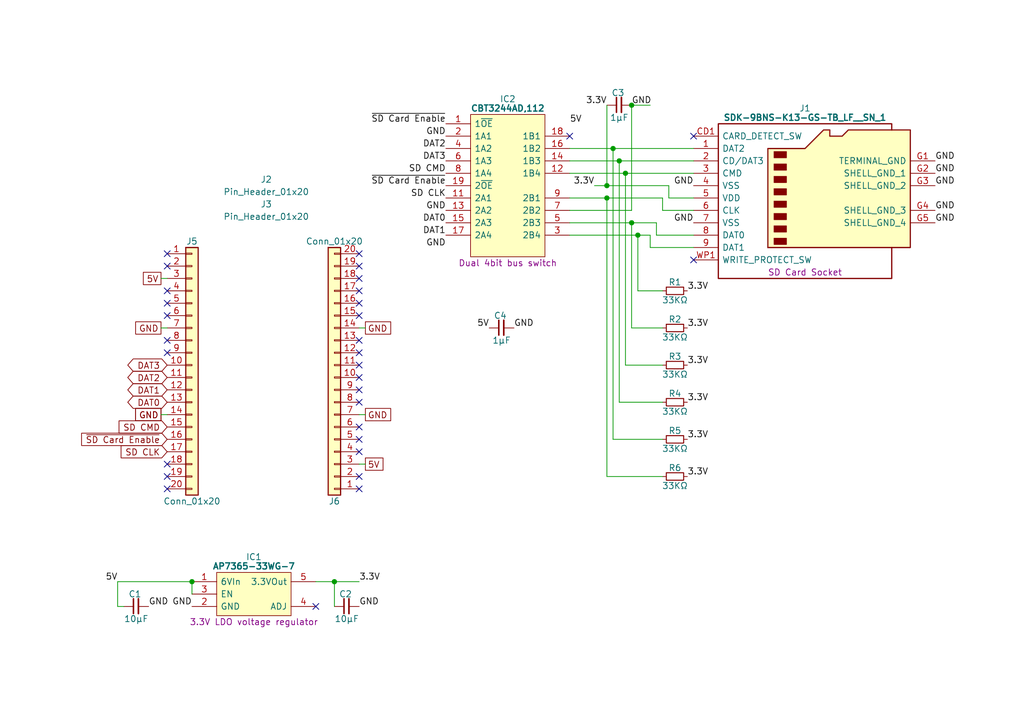
<source format=kicad_sch>
(kicad_sch
	(version 20231120)
	(generator "eeschema")
	(generator_version "8.0")
	(uuid "337b5f72-8be1-4121-9dc6-479b565482b2")
	(paper "A5")
	(title_block
		(title "SD Card Full Socket")
		(date "2024-07-05")
		(rev "V1")
	)
	(lib_symbols
		(symbol "Connector_Generic:Conn_01x20"
			(pin_names
				(offset 1.016) hide)
			(exclude_from_sim no)
			(in_bom yes)
			(on_board yes)
			(property "Reference" "J"
				(at 0 25.4 0)
				(effects
					(font
						(size 1.27 1.27)
					)
				)
			)
			(property "Value" "Conn_01x20"
				(at 0 -27.94 0)
				(effects
					(font
						(size 1.27 1.27)
					)
				)
			)
			(property "Footprint" ""
				(at 0 0 0)
				(effects
					(font
						(size 1.27 1.27)
					)
					(hide yes)
				)
			)
			(property "Datasheet" "~"
				(at 0 0 0)
				(effects
					(font
						(size 1.27 1.27)
					)
					(hide yes)
				)
			)
			(property "Description" "Generic connector, single row, 01x20, script generated (kicad-library-utils/schlib/autogen/connector/)"
				(at 0 0 0)
				(effects
					(font
						(size 1.27 1.27)
					)
					(hide yes)
				)
			)
			(property "ki_keywords" "connector"
				(at 0 0 0)
				(effects
					(font
						(size 1.27 1.27)
					)
					(hide yes)
				)
			)
			(property "ki_fp_filters" "Connector*:*_1x??_*"
				(at 0 0 0)
				(effects
					(font
						(size 1.27 1.27)
					)
					(hide yes)
				)
			)
			(symbol "Conn_01x20_1_1"
				(rectangle
					(start -1.27 -25.273)
					(end 0 -25.527)
					(stroke
						(width 0.1524)
						(type default)
					)
					(fill
						(type none)
					)
				)
				(rectangle
					(start -1.27 -22.733)
					(end 0 -22.987)
					(stroke
						(width 0.1524)
						(type default)
					)
					(fill
						(type none)
					)
				)
				(rectangle
					(start -1.27 -20.193)
					(end 0 -20.447)
					(stroke
						(width 0.1524)
						(type default)
					)
					(fill
						(type none)
					)
				)
				(rectangle
					(start -1.27 -17.653)
					(end 0 -17.907)
					(stroke
						(width 0.1524)
						(type default)
					)
					(fill
						(type none)
					)
				)
				(rectangle
					(start -1.27 -15.113)
					(end 0 -15.367)
					(stroke
						(width 0.1524)
						(type default)
					)
					(fill
						(type none)
					)
				)
				(rectangle
					(start -1.27 -12.573)
					(end 0 -12.827)
					(stroke
						(width 0.1524)
						(type default)
					)
					(fill
						(type none)
					)
				)
				(rectangle
					(start -1.27 -10.033)
					(end 0 -10.287)
					(stroke
						(width 0.1524)
						(type default)
					)
					(fill
						(type none)
					)
				)
				(rectangle
					(start -1.27 -7.493)
					(end 0 -7.747)
					(stroke
						(width 0.1524)
						(type default)
					)
					(fill
						(type none)
					)
				)
				(rectangle
					(start -1.27 -4.953)
					(end 0 -5.207)
					(stroke
						(width 0.1524)
						(type default)
					)
					(fill
						(type none)
					)
				)
				(rectangle
					(start -1.27 -2.413)
					(end 0 -2.667)
					(stroke
						(width 0.1524)
						(type default)
					)
					(fill
						(type none)
					)
				)
				(rectangle
					(start -1.27 0.127)
					(end 0 -0.127)
					(stroke
						(width 0.1524)
						(type default)
					)
					(fill
						(type none)
					)
				)
				(rectangle
					(start -1.27 2.667)
					(end 0 2.413)
					(stroke
						(width 0.1524)
						(type default)
					)
					(fill
						(type none)
					)
				)
				(rectangle
					(start -1.27 5.207)
					(end 0 4.953)
					(stroke
						(width 0.1524)
						(type default)
					)
					(fill
						(type none)
					)
				)
				(rectangle
					(start -1.27 7.747)
					(end 0 7.493)
					(stroke
						(width 0.1524)
						(type default)
					)
					(fill
						(type none)
					)
				)
				(rectangle
					(start -1.27 10.287)
					(end 0 10.033)
					(stroke
						(width 0.1524)
						(type default)
					)
					(fill
						(type none)
					)
				)
				(rectangle
					(start -1.27 12.827)
					(end 0 12.573)
					(stroke
						(width 0.1524)
						(type default)
					)
					(fill
						(type none)
					)
				)
				(rectangle
					(start -1.27 15.367)
					(end 0 15.113)
					(stroke
						(width 0.1524)
						(type default)
					)
					(fill
						(type none)
					)
				)
				(rectangle
					(start -1.27 17.907)
					(end 0 17.653)
					(stroke
						(width 0.1524)
						(type default)
					)
					(fill
						(type none)
					)
				)
				(rectangle
					(start -1.27 20.447)
					(end 0 20.193)
					(stroke
						(width 0.1524)
						(type default)
					)
					(fill
						(type none)
					)
				)
				(rectangle
					(start -1.27 22.987)
					(end 0 22.733)
					(stroke
						(width 0.1524)
						(type default)
					)
					(fill
						(type none)
					)
				)
				(rectangle
					(start -1.27 24.13)
					(end 1.27 -26.67)
					(stroke
						(width 0.254)
						(type default)
					)
					(fill
						(type background)
					)
				)
				(pin passive line
					(at -5.08 22.86 0)
					(length 3.81)
					(name "Pin_1"
						(effects
							(font
								(size 1.27 1.27)
							)
						)
					)
					(number "1"
						(effects
							(font
								(size 1.27 1.27)
							)
						)
					)
				)
				(pin passive line
					(at -5.08 0 0)
					(length 3.81)
					(name "Pin_10"
						(effects
							(font
								(size 1.27 1.27)
							)
						)
					)
					(number "10"
						(effects
							(font
								(size 1.27 1.27)
							)
						)
					)
				)
				(pin passive line
					(at -5.08 -2.54 0)
					(length 3.81)
					(name "Pin_11"
						(effects
							(font
								(size 1.27 1.27)
							)
						)
					)
					(number "11"
						(effects
							(font
								(size 1.27 1.27)
							)
						)
					)
				)
				(pin passive line
					(at -5.08 -5.08 0)
					(length 3.81)
					(name "Pin_12"
						(effects
							(font
								(size 1.27 1.27)
							)
						)
					)
					(number "12"
						(effects
							(font
								(size 1.27 1.27)
							)
						)
					)
				)
				(pin passive line
					(at -5.08 -7.62 0)
					(length 3.81)
					(name "Pin_13"
						(effects
							(font
								(size 1.27 1.27)
							)
						)
					)
					(number "13"
						(effects
							(font
								(size 1.27 1.27)
							)
						)
					)
				)
				(pin passive line
					(at -5.08 -10.16 0)
					(length 3.81)
					(name "Pin_14"
						(effects
							(font
								(size 1.27 1.27)
							)
						)
					)
					(number "14"
						(effects
							(font
								(size 1.27 1.27)
							)
						)
					)
				)
				(pin passive line
					(at -5.08 -12.7 0)
					(length 3.81)
					(name "Pin_15"
						(effects
							(font
								(size 1.27 1.27)
							)
						)
					)
					(number "15"
						(effects
							(font
								(size 1.27 1.27)
							)
						)
					)
				)
				(pin passive line
					(at -5.08 -15.24 0)
					(length 3.81)
					(name "Pin_16"
						(effects
							(font
								(size 1.27 1.27)
							)
						)
					)
					(number "16"
						(effects
							(font
								(size 1.27 1.27)
							)
						)
					)
				)
				(pin passive line
					(at -5.08 -17.78 0)
					(length 3.81)
					(name "Pin_17"
						(effects
							(font
								(size 1.27 1.27)
							)
						)
					)
					(number "17"
						(effects
							(font
								(size 1.27 1.27)
							)
						)
					)
				)
				(pin passive line
					(at -5.08 -20.32 0)
					(length 3.81)
					(name "Pin_18"
						(effects
							(font
								(size 1.27 1.27)
							)
						)
					)
					(number "18"
						(effects
							(font
								(size 1.27 1.27)
							)
						)
					)
				)
				(pin passive line
					(at -5.08 -22.86 0)
					(length 3.81)
					(name "Pin_19"
						(effects
							(font
								(size 1.27 1.27)
							)
						)
					)
					(number "19"
						(effects
							(font
								(size 1.27 1.27)
							)
						)
					)
				)
				(pin passive line
					(at -5.08 20.32 0)
					(length 3.81)
					(name "Pin_2"
						(effects
							(font
								(size 1.27 1.27)
							)
						)
					)
					(number "2"
						(effects
							(font
								(size 1.27 1.27)
							)
						)
					)
				)
				(pin passive line
					(at -5.08 -25.4 0)
					(length 3.81)
					(name "Pin_20"
						(effects
							(font
								(size 1.27 1.27)
							)
						)
					)
					(number "20"
						(effects
							(font
								(size 1.27 1.27)
							)
						)
					)
				)
				(pin passive line
					(at -5.08 17.78 0)
					(length 3.81)
					(name "Pin_3"
						(effects
							(font
								(size 1.27 1.27)
							)
						)
					)
					(number "3"
						(effects
							(font
								(size 1.27 1.27)
							)
						)
					)
				)
				(pin passive line
					(at -5.08 15.24 0)
					(length 3.81)
					(name "Pin_4"
						(effects
							(font
								(size 1.27 1.27)
							)
						)
					)
					(number "4"
						(effects
							(font
								(size 1.27 1.27)
							)
						)
					)
				)
				(pin passive line
					(at -5.08 12.7 0)
					(length 3.81)
					(name "Pin_5"
						(effects
							(font
								(size 1.27 1.27)
							)
						)
					)
					(number "5"
						(effects
							(font
								(size 1.27 1.27)
							)
						)
					)
				)
				(pin passive line
					(at -5.08 10.16 0)
					(length 3.81)
					(name "Pin_6"
						(effects
							(font
								(size 1.27 1.27)
							)
						)
					)
					(number "6"
						(effects
							(font
								(size 1.27 1.27)
							)
						)
					)
				)
				(pin passive line
					(at -5.08 7.62 0)
					(length 3.81)
					(name "Pin_7"
						(effects
							(font
								(size 1.27 1.27)
							)
						)
					)
					(number "7"
						(effects
							(font
								(size 1.27 1.27)
							)
						)
					)
				)
				(pin passive line
					(at -5.08 5.08 0)
					(length 3.81)
					(name "Pin_8"
						(effects
							(font
								(size 1.27 1.27)
							)
						)
					)
					(number "8"
						(effects
							(font
								(size 1.27 1.27)
							)
						)
					)
				)
				(pin passive line
					(at -5.08 2.54 0)
					(length 3.81)
					(name "Pin_9"
						(effects
							(font
								(size 1.27 1.27)
							)
						)
					)
					(number "9"
						(effects
							(font
								(size 1.27 1.27)
							)
						)
					)
				)
			)
		)
		(symbol "Diodes_Inc:AP7365-33WG-7"
			(pin_names
				(offset 0.762)
			)
			(exclude_from_sim no)
			(in_bom yes)
			(on_board yes)
			(property "Reference" "IC"
				(at 12.7 5.08 0)
				(effects
					(font
						(size 1.27 1.27)
					)
				)
			)
			(property "Value" "AP7365-33WG-7"
				(at 12.7 3.175 0)
				(effects
					(font
						(size 1.27 1.27)
						(bold yes)
					)
				)
			)
			(property "Footprint" "SamacSys_Parts:SOT95P285X130-5N"
				(at 21.59 -14.605 0)
				(effects
					(font
						(size 1.27 1.27)
					)
					(justify left)
					(hide yes)
				)
			)
			(property "Datasheet" "https://componentsearchengine.com/Datasheets/1/AP7365-33WG-7.pdf"
				(at 21.59 -17.145 0)
				(effects
					(font
						(size 1.27 1.27)
					)
					(justify left)
					(hide yes)
				)
			)
			(property "Description" "3.3V LDO voltage regulator"
				(at 12.7 -8.255 0)
				(effects
					(font
						(size 1.27 1.27)
					)
				)
			)
			(property "Height" "1.3"
				(at 21.59 -19.685 0)
				(effects
					(font
						(size 1.27 1.27)
					)
					(justify left)
					(hide yes)
				)
			)
			(property "Manufacturer_Name" "Diodes Inc."
				(at 21.59 -22.225 0)
				(effects
					(font
						(size 1.27 1.27)
					)
					(justify left)
					(hide yes)
				)
			)
			(property "Manufacturer_Part_Number" "AP7365-33WG-7"
				(at 21.59 -24.765 0)
				(effects
					(font
						(size 1.27 1.27)
					)
					(justify left)
					(hide yes)
				)
			)
			(property "Mouser Part Number" "621-AP7365-33WG-7"
				(at 21.59 -27.305 0)
				(effects
					(font
						(size 1.27 1.27)
					)
					(justify left)
					(hide yes)
				)
			)
			(property "Mouser Price/Stock" "https://www.mouser.co.uk/ProductDetail/Diodes-Incorporated/AP7365-33WG-7?qs=abZ1nkZpTuOZFvxvoFPL0w%3D%3D"
				(at 21.59 -29.845 0)
				(effects
					(font
						(size 1.27 1.27)
					)
					(justify left)
					(hide yes)
				)
			)
			(property "Arrow Part Number" "AP7365-33WG-7"
				(at 21.59 -32.385 0)
				(effects
					(font
						(size 1.27 1.27)
					)
					(justify left)
					(hide yes)
				)
			)
			(property "Arrow Price/Stock" "https://www.arrow.com/en/products/ap7365-33wg-7/diodes-incorporated?region=nac"
				(at 21.59 -34.925 0)
				(effects
					(font
						(size 1.27 1.27)
					)
					(justify left)
					(hide yes)
				)
			)
			(property "Silkscreen" "AP7365"
				(at 21.59 -12.065 0)
				(effects
					(font
						(size 1.27 1.27)
					)
					(justify left)
					(hide yes)
				)
			)
			(symbol "AP7365-33WG-7_0_0"
				(pin passive line
					(at 0 -5.08 0)
					(length 5.08)
					(name "GND"
						(effects
							(font
								(size 1.27 1.27)
							)
						)
					)
					(number "2"
						(effects
							(font
								(size 1.27 1.27)
							)
						)
					)
				)
				(pin input line
					(at 0 -2.54 0)
					(length 5.08)
					(name "EN"
						(effects
							(font
								(size 1.27 1.27)
							)
						)
					)
					(number "3"
						(effects
							(font
								(size 1.27 1.27)
							)
						)
					)
				)
				(pin passive line
					(at 25.4 -5.08 180)
					(length 5.08)
					(name "ADJ"
						(effects
							(font
								(size 1.27 1.27)
							)
						)
					)
					(number "4"
						(effects
							(font
								(size 1.27 1.27)
							)
						)
					)
				)
			)
			(symbol "AP7365-33WG-7_0_1"
				(polyline
					(pts
						(xy 5.08 1.905) (xy 20.32 1.905) (xy 20.32 -6.985) (xy 5.08 -6.985) (xy 5.08 1.905)
					)
					(stroke
						(width 0)
						(type default)
					)
					(fill
						(type background)
					)
				)
			)
			(symbol "AP7365-33WG-7_1_0"
				(pin passive line
					(at 0 0 0)
					(length 5.08)
					(name "6VIn"
						(effects
							(font
								(size 1.27 1.27)
							)
						)
					)
					(number "1"
						(effects
							(font
								(size 1.27 1.27)
							)
						)
					)
				)
				(pin passive line
					(at 25.4 0 180)
					(length 5.08)
					(name "3.3VOut"
						(effects
							(font
								(size 1.27 1.27)
							)
						)
					)
					(number "5"
						(effects
							(font
								(size 1.27 1.27)
							)
						)
					)
				)
			)
		)
		(symbol "HCP65:C_0805"
			(pin_numbers hide)
			(pin_names
				(offset 0.254) hide)
			(exclude_from_sim no)
			(in_bom yes)
			(on_board yes)
			(property "Reference" "C"
				(at 2.286 2.54 0)
				(effects
					(font
						(size 1.27 1.27)
					)
				)
			)
			(property "Value" "?μF"
				(at 2.54 -2.54 0)
				(effects
					(font
						(size 1.27 1.27)
					)
				)
			)
			(property "Footprint" "SamacSys_Parts:C_0805"
				(at 16.764 -7.62 0)
				(effects
					(font
						(size 1.27 1.27)
					)
					(hide yes)
				)
			)
			(property "Datasheet" ""
				(at 2.2225 0.3175 90)
				(effects
					(font
						(size 1.27 1.27)
					)
					(hide yes)
				)
			)
			(property "Description" ""
				(at 0 0 0)
				(effects
					(font
						(size 1.27 1.27)
					)
					(hide yes)
				)
			)
			(property "ki_keywords" "capacitor cap"
				(at 0 0 0)
				(effects
					(font
						(size 1.27 1.27)
					)
					(hide yes)
				)
			)
			(property "ki_fp_filters" "C_*"
				(at 0 0 0)
				(effects
					(font
						(size 1.27 1.27)
					)
					(hide yes)
				)
			)
			(symbol "C_0805_0_1"
				(polyline
					(pts
						(xy 1.9685 -1.4605) (xy 1.9685 1.5875)
					)
					(stroke
						(width 0.3048)
						(type default)
					)
					(fill
						(type none)
					)
				)
				(polyline
					(pts
						(xy 2.9845 -1.4605) (xy 2.9845 1.5875)
					)
					(stroke
						(width 0.3302)
						(type default)
					)
					(fill
						(type none)
					)
				)
			)
			(symbol "C_0805_1_1"
				(pin passive line
					(at 0 0 0)
					(length 2.032)
					(name "~"
						(effects
							(font
								(size 1.27 1.27)
							)
						)
					)
					(number "1"
						(effects
							(font
								(size 1.27 1.27)
							)
						)
					)
				)
				(pin passive line
					(at 5.08 0 180)
					(length 2.032)
					(name "~"
						(effects
							(font
								(size 1.27 1.27)
							)
						)
					)
					(number "2"
						(effects
							(font
								(size 1.27 1.27)
							)
						)
					)
				)
			)
		)
		(symbol "HCP65:Pin_Header_01x32"
			(pin_names
				(offset 1.016) hide)
			(exclude_from_sim no)
			(in_bom yes)
			(on_board yes)
			(property "Reference" "J"
				(at 0 1.27 0)
				(effects
					(font
						(size 1.27 1.27)
					)
				)
			)
			(property "Value" "Pin_Header_01x32"
				(at 0 -1.27 0)
				(effects
					(font
						(size 1.27 1.27)
					)
				)
			)
			(property "Footprint" "SamacSys_Parts:PinHeader_1x32_P2.54mm_Vertical"
				(at 0 -3.81 0)
				(effects
					(font
						(size 1.27 1.27)
					)
					(hide yes)
				)
			)
			(property "Datasheet" "~"
				(at -5.08 0 0)
				(effects
					(font
						(size 1.27 1.27)
					)
					(hide yes)
				)
			)
			(property "Description" ""
				(at 0 0 0)
				(effects
					(font
						(size 1.27 1.27)
					)
					(hide yes)
				)
			)
			(property "ki_fp_filters" "Connector*:*_1x??_*"
				(at 0 0 0)
				(effects
					(font
						(size 1.27 1.27)
					)
					(hide yes)
				)
			)
		)
		(symbol "HCP65:R_0805"
			(pin_numbers hide)
			(pin_names hide)
			(exclude_from_sim no)
			(in_bom yes)
			(on_board yes)
			(property "Reference" "R"
				(at 2.54 1.778 0)
				(effects
					(font
						(size 1.27 1.27)
					)
				)
			)
			(property "Value" "?Ω"
				(at 2.54 -1.905 0)
				(effects
					(font
						(size 1.27 1.27)
					)
				)
			)
			(property "Footprint" "SamacSys_Parts:R_0805"
				(at 17.526 -7.62 0)
				(effects
					(font
						(size 1.27 1.27)
					)
					(hide yes)
				)
			)
			(property "Datasheet" ""
				(at 0 0 0)
				(effects
					(font
						(size 1.27 1.27)
					)
					(hide yes)
				)
			)
			(property "Description" ""
				(at 0 0 0)
				(effects
					(font
						(size 1.27 1.27)
					)
					(hide yes)
				)
			)
			(symbol "R_0805_0_1"
				(rectangle
					(start 0.762 0.762)
					(end 4.318 -0.762)
					(stroke
						(width 0.2032)
						(type default)
					)
					(fill
						(type none)
					)
				)
			)
			(symbol "R_0805_1_1"
				(pin passive line
					(at 0 0 0)
					(length 0.72)
					(name "~"
						(effects
							(font
								(size 1.27 1.27)
							)
						)
					)
					(number "1"
						(effects
							(font
								(size 1.27 1.27)
							)
						)
					)
				)
				(pin passive line
					(at 5.08 0 180)
					(length 0.72)
					(name "~"
						(effects
							(font
								(size 1.27 1.27)
							)
						)
					)
					(number "2"
						(effects
							(font
								(size 1.27 1.27)
							)
						)
					)
				)
			)
		)
		(symbol "JST:SDK-9BNS-K13-GS-TB_LF__SN_1"
			(pin_names
				(offset 0.762)
			)
			(exclude_from_sim no)
			(in_bom yes)
			(on_board yes)
			(property "Reference" "J"
				(at 17.78 5.715 0)
				(effects
					(font
						(size 1.27 1.27)
					)
				)
			)
			(property "Value" "SDK-9BNS-K13-GS-TB_LF__SN_1"
				(at 17.78 3.81 0)
				(effects
					(font
						(size 1.27 1.27)
						(bold yes)
					)
				)
			)
			(property "Footprint" "SamacSys_Parts:SDK9BNSK13GSTBLFSN1"
				(at 20.955 -37.465 0)
				(effects
					(font
						(size 1.27 1.27)
					)
					(justify left)
					(hide yes)
				)
			)
			(property "Datasheet" "https://www.farnell.com/datasheets/2322250.pdf"
				(at 20.955 -40.005 0)
				(effects
					(font
						(size 1.27 1.27)
					)
					(justify left)
					(hide yes)
				)
			)
			(property "Description" "SD Card Socket"
				(at 17.78 -27.94 0)
				(effects
					(font
						(size 1.27 1.27)
					)
				)
			)
			(property "Description_1" "Memory Card Connector, SD, Push-Pull, 9 Contacts, Copper Alloy, Gold Plated Contacts, SDK"
				(at 20.955 -42.545 0)
				(effects
					(font
						(size 1.27 1.27)
					)
					(justify left)
					(hide yes)
				)
			)
			(property "Height" "2.95"
				(at 20.955 -45.085 0)
				(effects
					(font
						(size 1.27 1.27)
					)
					(justify left)
					(hide yes)
				)
			)
			(property "Manufacturer_Name" "JST (JAPAN SOLDERLESS TERMINALS)"
				(at 20.955 -47.625 0)
				(effects
					(font
						(size 1.27 1.27)
					)
					(justify left)
					(hide yes)
				)
			)
			(property "Manufacturer_Part_Number" "SDK-9BNS-K13-GS-TB(LF)(SN)1"
				(at 20.955 -50.165 0)
				(effects
					(font
						(size 1.27 1.27)
					)
					(justify left)
					(hide yes)
				)
			)
			(property "Mouser Part Number" ""
				(at 41.91 -12.7 0)
				(effects
					(font
						(size 1.27 1.27)
					)
					(justify left)
					(hide yes)
				)
			)
			(property "Mouser Price/Stock" ""
				(at 41.91 -15.24 0)
				(effects
					(font
						(size 1.27 1.27)
					)
					(justify left)
					(hide yes)
				)
			)
			(property "Silkscreen" "SDK-9BNS-K13-GS-TB"
				(at 20.955 -53.34 0)
				(effects
					(font
						(size 1.27 1.27)
					)
					(justify left)
					(hide yes)
				)
			)
			(property "ki_keywords" "SD Card Socket"
				(at 0 0 0)
				(effects
					(font
						(size 1.27 1.27)
					)
					(hide yes)
				)
			)
			(symbol "SDK-9BNS-K13-GS-TB_LF__SN_1_0_0"
				(pin bidirectional line
					(at -5.08 -2.54 0)
					(length 5.08)
					(name "DAT2"
						(effects
							(font
								(size 1.27 1.27)
							)
						)
					)
					(number "1"
						(effects
							(font
								(size 1.27 1.27)
							)
						)
					)
				)
				(pin bidirectional line
					(at -5.08 -5.08 0)
					(length 5.08)
					(name "CD/DAT3"
						(effects
							(font
								(size 1.27 1.27)
							)
						)
					)
					(number "2"
						(effects
							(font
								(size 1.27 1.27)
							)
						)
					)
				)
				(pin input line
					(at -5.08 -7.62 0)
					(length 5.08)
					(name "CMD"
						(effects
							(font
								(size 1.27 1.27)
							)
						)
					)
					(number "3"
						(effects
							(font
								(size 1.27 1.27)
							)
						)
					)
				)
				(pin passive line
					(at 44.45 -7.62 180)
					(length 5.08)
					(name "SHELL_GND_1"
						(effects
							(font
								(size 1.27 1.27)
							)
						)
					)
					(number "G2"
						(effects
							(font
								(size 1.27 1.27)
							)
						)
					)
				)
				(pin passive line
					(at 44.45 -10.16 180)
					(length 5.08)
					(name "SHELL_GND_2"
						(effects
							(font
								(size 1.27 1.27)
							)
						)
					)
					(number "G3"
						(effects
							(font
								(size 1.27 1.27)
							)
						)
					)
				)
				(pin passive line
					(at 44.45 -15.24 180)
					(length 5.08)
					(name "SHELL_GND_3"
						(effects
							(font
								(size 1.27 1.27)
							)
						)
					)
					(number "G4"
						(effects
							(font
								(size 1.27 1.27)
							)
						)
					)
				)
				(pin passive line
					(at 44.45 -17.78 180)
					(length 5.08)
					(name "SHELL_GND_4"
						(effects
							(font
								(size 1.27 1.27)
							)
						)
					)
					(number "G5"
						(effects
							(font
								(size 1.27 1.27)
							)
						)
					)
				)
			)
			(symbol "SDK-9BNS-K13-GS-TB_LF__SN_1_0_1"
				(polyline
					(pts
						(xy 35.56 1.27) (xy 35.56 2.54) (xy 0 2.54) (xy 0 -29.21) (xy 35.56 -29.21) (xy 35.56 -22.86)
					)
					(stroke
						(width 0.254)
						(type default)
					)
					(fill
						(type none)
					)
				)
				(polyline
					(pts
						(xy 10.16 -22.86) (xy 10.16 -2.54) (xy 17.78 -2.54) (xy 21.59 1.27) (xy 22.86 1.27) (xy 22.86 0)
						(xy 25.4 0) (xy 26.67 1.27) (xy 39.37 1.27) (xy 39.37 -22.86) (xy 10.16 -22.86)
					)
					(stroke
						(width 0.254)
						(type default)
					)
					(fill
						(type background)
					)
				)
				(rectangle
					(start 11.43 -20.955)
					(end 13.97 -22.225)
					(stroke
						(width 0)
						(type default)
					)
					(fill
						(type outline)
					)
				)
				(rectangle
					(start 11.43 -18.415)
					(end 13.97 -19.685)
					(stroke
						(width 0)
						(type default)
					)
					(fill
						(type outline)
					)
				)
				(rectangle
					(start 11.43 -15.875)
					(end 13.97 -17.145)
					(stroke
						(width 0)
						(type default)
					)
					(fill
						(type outline)
					)
				)
				(rectangle
					(start 11.43 -13.335)
					(end 13.97 -14.605)
					(stroke
						(width 0)
						(type default)
					)
					(fill
						(type outline)
					)
				)
				(rectangle
					(start 11.43 -10.795)
					(end 13.97 -12.065)
					(stroke
						(width 0)
						(type default)
					)
					(fill
						(type outline)
					)
				)
				(rectangle
					(start 11.43 -8.255)
					(end 13.97 -9.525)
					(stroke
						(width 0)
						(type default)
					)
					(fill
						(type outline)
					)
				)
				(rectangle
					(start 11.43 -5.715)
					(end 13.97 -6.985)
					(stroke
						(width 0)
						(type default)
					)
					(fill
						(type outline)
					)
				)
				(rectangle
					(start 11.43 -3.175)
					(end 13.97 -4.445)
					(stroke
						(width 0)
						(type default)
					)
					(fill
						(type outline)
					)
				)
			)
			(symbol "SDK-9BNS-K13-GS-TB_LF__SN_1_1_0"
				(pin passive line
					(at -5.08 -10.16 0)
					(length 5.08)
					(name "VSS"
						(effects
							(font
								(size 1.27 1.27)
							)
						)
					)
					(number "4"
						(effects
							(font
								(size 1.27 1.27)
							)
						)
					)
				)
				(pin passive line
					(at -5.08 -12.7 0)
					(length 5.08)
					(name "VDD"
						(effects
							(font
								(size 1.27 1.27)
							)
						)
					)
					(number "5"
						(effects
							(font
								(size 1.27 1.27)
							)
						)
					)
				)
				(pin input line
					(at -5.08 -15.24 0)
					(length 5.08)
					(name "CLK"
						(effects
							(font
								(size 1.27 1.27)
							)
						)
					)
					(number "6"
						(effects
							(font
								(size 1.27 1.27)
							)
						)
					)
				)
				(pin passive line
					(at -5.08 -17.78 0)
					(length 5.08)
					(name "VSS"
						(effects
							(font
								(size 1.27 1.27)
							)
						)
					)
					(number "7"
						(effects
							(font
								(size 1.27 1.27)
							)
						)
					)
				)
				(pin bidirectional line
					(at -5.08 -20.32 0)
					(length 5.08)
					(name "DAT0"
						(effects
							(font
								(size 1.27 1.27)
							)
						)
					)
					(number "8"
						(effects
							(font
								(size 1.27 1.27)
							)
						)
					)
				)
				(pin bidirectional line
					(at -5.08 -22.86 0)
					(length 5.08)
					(name "DAT1"
						(effects
							(font
								(size 1.27 1.27)
							)
						)
					)
					(number "9"
						(effects
							(font
								(size 1.27 1.27)
							)
						)
					)
				)
				(pin passive line
					(at -5.08 0 0)
					(length 5.08)
					(name "CARD_DETECT_SW"
						(effects
							(font
								(size 1.27 1.27)
							)
						)
					)
					(number "CD1"
						(effects
							(font
								(size 1.27 1.27)
							)
						)
					)
				)
				(pin passive line
					(at 44.45 -5.08 180)
					(length 5.08)
					(name "TERMINAL_GND"
						(effects
							(font
								(size 1.27 1.27)
							)
						)
					)
					(number "G1"
						(effects
							(font
								(size 1.27 1.27)
							)
						)
					)
				)
				(pin passive line
					(at -5.08 -25.4 0)
					(length 5.08)
					(name "WRITE_PROTECT_SW"
						(effects
							(font
								(size 1.27 1.27)
							)
						)
					)
					(number "WP1"
						(effects
							(font
								(size 1.27 1.27)
							)
						)
					)
				)
			)
		)
		(symbol "Nexperia:CBT3244AD,112"
			(pin_names
				(offset 0.762)
			)
			(exclude_from_sim no)
			(in_bom yes)
			(on_board yes)
			(property "Reference" "IC"
				(at 12.7 5.08 0)
				(effects
					(font
						(size 1.27 1.27)
					)
				)
			)
			(property "Value" "CBT3244AD,112"
				(at 12.7 3.175 0)
				(effects
					(font
						(size 1.27 1.27)
						(bold yes)
					)
				)
			)
			(property "Footprint" "SamacSys_Parts:SOIC127P1032X265-20N"
				(at 22.86 -35.56 0)
				(effects
					(font
						(size 1.27 1.27)
					)
					(justify left)
					(hide yes)
				)
			)
			(property "Datasheet" "https://assets.nexperia.com/documents/data-sheet/CBT3244A.pdf"
				(at 22.86 -38.1 0)
				(effects
					(font
						(size 1.27 1.27)
					)
					(justify left)
					(hide yes)
				)
			)
			(property "Description" "Dual 4bit bus switch"
				(at 12.7 -28.575 0)
				(effects
					(font
						(size 1.27 1.27)
					)
				)
			)
			(property "Height" "2.65"
				(at 22.86 -43.18 0)
				(effects
					(font
						(size 1.27 1.27)
					)
					(justify left)
					(hide yes)
				)
			)
			(property "Manufacturer_Name" "Nexperia"
				(at 22.86 -45.72 0)
				(effects
					(font
						(size 1.27 1.27)
					)
					(justify left)
					(hide yes)
				)
			)
			(property "Manufacturer_Part_Number" "CBT3244AD,112"
				(at 22.86 -48.26 0)
				(effects
					(font
						(size 1.27 1.27)
					)
					(justify left)
					(hide yes)
				)
			)
			(property "Mouser Part Number" "771-CBT3244AD"
				(at 22.86 -50.8 0)
				(effects
					(font
						(size 1.27 1.27)
					)
					(justify left)
					(hide yes)
				)
			)
			(property "Mouser Price/Stock" "https://www.mouser.com/Search/Refine.aspx?Keyword=771-CBT3244AD"
				(at 22.86 -53.34 0)
				(effects
					(font
						(size 1.27 1.27)
					)
					(justify left)
					(hide yes)
				)
			)
			(property "Silkscreen" "CBT3244"
				(at 12.7 -30.48 0)
				(effects
					(font
						(size 1.27 1.27)
					)
					(hide yes)
				)
			)
			(property "Garbage" "IC BUS SWITCH 4 X 1:1 20SO"
				(at 0 0 0)
				(effects
					(font
						(size 1.27 1.27)
					)
					(hide yes)
				)
			)
			(symbol "CBT3244AD,112_0_0"
				(pin input line
					(at 0 0 0)
					(length 5.08)
					(name "1~{OE}"
						(effects
							(font
								(size 1.27 1.27)
							)
						)
					)
					(number "1"
						(effects
							(font
								(size 1.27 1.27)
							)
						)
					)
				)
				(pin passive line
					(at 0 -25.4 0)
					(length 5.08) hide
					(name "GND"
						(effects
							(font
								(size 1.27 1.27)
							)
						)
					)
					(number "10"
						(effects
							(font
								(size 1.27 1.27)
							)
						)
					)
				)
				(pin passive line
					(at 0 -15.24 0)
					(length 5.08)
					(name "2A1"
						(effects
							(font
								(size 1.27 1.27)
							)
						)
					)
					(number "11"
						(effects
							(font
								(size 1.27 1.27)
							)
						)
					)
				)
				(pin passive line
					(at 25.4 -10.16 180)
					(length 5.08)
					(name "1B4"
						(effects
							(font
								(size 1.27 1.27)
							)
						)
					)
					(number "12"
						(effects
							(font
								(size 1.27 1.27)
							)
						)
					)
				)
				(pin passive line
					(at 0 -17.78 0)
					(length 5.08)
					(name "2A2"
						(effects
							(font
								(size 1.27 1.27)
							)
						)
					)
					(number "13"
						(effects
							(font
								(size 1.27 1.27)
							)
						)
					)
				)
				(pin passive line
					(at 25.4 -7.62 180)
					(length 5.08)
					(name "1B3"
						(effects
							(font
								(size 1.27 1.27)
							)
						)
					)
					(number "14"
						(effects
							(font
								(size 1.27 1.27)
							)
						)
					)
				)
				(pin passive line
					(at 0 -20.32 0)
					(length 5.08)
					(name "2A3"
						(effects
							(font
								(size 1.27 1.27)
							)
						)
					)
					(number "15"
						(effects
							(font
								(size 1.27 1.27)
							)
						)
					)
				)
				(pin passive line
					(at 25.4 -5.08 180)
					(length 5.08)
					(name "1B2"
						(effects
							(font
								(size 1.27 1.27)
							)
						)
					)
					(number "16"
						(effects
							(font
								(size 1.27 1.27)
							)
						)
					)
				)
				(pin passive line
					(at 0 -22.86 0)
					(length 5.08)
					(name "2A4"
						(effects
							(font
								(size 1.27 1.27)
							)
						)
					)
					(number "17"
						(effects
							(font
								(size 1.27 1.27)
							)
						)
					)
				)
				(pin passive line
					(at 25.4 -2.54 180)
					(length 5.08)
					(name "1B1"
						(effects
							(font
								(size 1.27 1.27)
							)
						)
					)
					(number "18"
						(effects
							(font
								(size 1.27 1.27)
							)
						)
					)
				)
				(pin input line
					(at 0 -12.7 0)
					(length 5.08)
					(name "2~{OE}"
						(effects
							(font
								(size 1.27 1.27)
							)
						)
					)
					(number "19"
						(effects
							(font
								(size 1.27 1.27)
							)
						)
					)
				)
				(pin passive line
					(at 0 -2.54 0)
					(length 5.08)
					(name "1A1"
						(effects
							(font
								(size 1.27 1.27)
							)
						)
					)
					(number "2"
						(effects
							(font
								(size 1.27 1.27)
							)
						)
					)
				)
				(pin passive line
					(at 25.4 0 180)
					(length 5.08) hide
					(name "5V"
						(effects
							(font
								(size 1.27 1.27)
							)
						)
					)
					(number "20"
						(effects
							(font
								(size 1.27 1.27)
							)
						)
					)
				)
				(pin passive line
					(at 25.4 -22.86 180)
					(length 5.08)
					(name "2B4"
						(effects
							(font
								(size 1.27 1.27)
							)
						)
					)
					(number "3"
						(effects
							(font
								(size 1.27 1.27)
							)
						)
					)
				)
				(pin passive line
					(at 0 -5.08 0)
					(length 5.08)
					(name "1A2"
						(effects
							(font
								(size 1.27 1.27)
							)
						)
					)
					(number "4"
						(effects
							(font
								(size 1.27 1.27)
							)
						)
					)
				)
				(pin passive line
					(at 25.4 -20.32 180)
					(length 5.08)
					(name "2B3"
						(effects
							(font
								(size 1.27 1.27)
							)
						)
					)
					(number "5"
						(effects
							(font
								(size 1.27 1.27)
							)
						)
					)
				)
				(pin passive line
					(at 0 -7.62 0)
					(length 5.08)
					(name "1A3"
						(effects
							(font
								(size 1.27 1.27)
							)
						)
					)
					(number "6"
						(effects
							(font
								(size 1.27 1.27)
							)
						)
					)
				)
				(pin passive line
					(at 25.4 -17.78 180)
					(length 5.08)
					(name "2B2"
						(effects
							(font
								(size 1.27 1.27)
							)
						)
					)
					(number "7"
						(effects
							(font
								(size 1.27 1.27)
							)
						)
					)
				)
				(pin passive line
					(at 0 -10.16 0)
					(length 5.08)
					(name "1A4"
						(effects
							(font
								(size 1.27 1.27)
							)
						)
					)
					(number "8"
						(effects
							(font
								(size 1.27 1.27)
							)
						)
					)
				)
				(pin passive line
					(at 25.4 -15.24 180)
					(length 5.08)
					(name "2B1"
						(effects
							(font
								(size 1.27 1.27)
							)
						)
					)
					(number "9"
						(effects
							(font
								(size 1.27 1.27)
							)
						)
					)
				)
			)
			(symbol "CBT3244AD,112_0_1"
				(polyline
					(pts
						(xy 5.08 1.905) (xy 20.32 1.905) (xy 20.32 -27.305) (xy 5.08 -27.305) (xy 5.08 1.905)
					)
					(stroke
						(width 0.1524)
						(type default)
					)
					(fill
						(type background)
					)
				)
			)
		)
	)
	(junction
		(at 124.46 40.64)
		(diameter 0)
		(color 0 0 0 0)
		(uuid "07c1342d-7e76-48ab-9781-bd61d7a2cc20")
	)
	(junction
		(at 125.73 30.48)
		(diameter 0)
		(color 0 0 0 0)
		(uuid "17386711-4422-4093-a554-dbda8326f39c")
	)
	(junction
		(at 124.46 38.1)
		(diameter 0)
		(color 0 0 0 0)
		(uuid "284c6d7a-1f53-4f3b-a1b1-9df8c390704a")
	)
	(junction
		(at 127 33.02)
		(diameter 0)
		(color 0 0 0 0)
		(uuid "67a5592b-fc10-420e-b1ee-fda7c81d0181")
	)
	(junction
		(at 130.81 48.26)
		(diameter 0)
		(color 0 0 0 0)
		(uuid "7c701b0a-78e1-4f95-bd70-9b9eba060ba1")
	)
	(junction
		(at 129.54 21.59)
		(diameter 0)
		(color 0 0 0 0)
		(uuid "9f6c1840-39d4-4d7f-b1f4-92b5ea46a684")
	)
	(junction
		(at 128.27 35.56)
		(diameter 0)
		(color 0 0 0 0)
		(uuid "af673a14-64d8-416c-a09c-ab4d68299032")
	)
	(junction
		(at 39.37 119.38)
		(diameter 0)
		(color 0 0 0 0)
		(uuid "d9954b70-ead5-45fb-8ed9-798eb80ed015")
	)
	(junction
		(at 129.54 45.72)
		(diameter 0)
		(color 0 0 0 0)
		(uuid "e6a7816f-a63e-40f3-8253-3ee172eee0bc")
	)
	(junction
		(at 68.58 119.38)
		(diameter 0)
		(color 0 0 0 0)
		(uuid "ea13f34f-439d-458c-845a-ed4b79e42931")
	)
	(no_connect
		(at 73.66 90.17)
		(uuid "11c3757d-4e82-48d2-977c-b53841ef5b25")
	)
	(no_connect
		(at 34.29 52.07)
		(uuid "17d7bb5f-7199-475d-a8ad-3c06b57f51a9")
	)
	(no_connect
		(at 116.84 27.94)
		(uuid "195a6eeb-0c3a-43cd-8819-1cd408b47b00")
	)
	(no_connect
		(at 34.29 97.79)
		(uuid "19662852-3da0-41d6-9f39-07ce442d4ae5")
	)
	(no_connect
		(at 73.66 97.79)
		(uuid "1c0e0cb3-a9b0-4bd8-8646-242441c496dd")
	)
	(no_connect
		(at 73.66 92.71)
		(uuid "1e5ab008-045c-4bd0-9ef6-588f33c54324")
	)
	(no_connect
		(at 34.29 59.69)
		(uuid "1f6e24bc-dcd9-40d2-bd1d-c39bd81c1db4")
	)
	(no_connect
		(at 73.66 80.01)
		(uuid "224f512c-275b-41c9-9428-afc2c63ebb4b")
	)
	(no_connect
		(at 34.29 64.77)
		(uuid "25cccb36-455a-4d87-b294-aa8f2f2200cf")
	)
	(no_connect
		(at 34.29 72.39)
		(uuid "27eee120-b8a0-4483-94b1-2043a83d3588")
	)
	(no_connect
		(at 34.29 62.23)
		(uuid "37027e8a-3aa8-4fbb-9e3c-926afea4fe39")
	)
	(no_connect
		(at 73.66 82.55)
		(uuid "3bce8530-7d7c-4a58-898d-21e518ad66f5")
	)
	(no_connect
		(at 73.66 87.63)
		(uuid "4589503f-6163-4965-9bbd-aa5e0fc16ed4")
	)
	(no_connect
		(at 73.66 72.39)
		(uuid "493cbb64-ee1f-4359-809b-1fbc850b62d6")
	)
	(no_connect
		(at 73.66 57.15)
		(uuid "4b8e9c37-2c78-4805-9882-420bee708490")
	)
	(no_connect
		(at 73.66 69.85)
		(uuid "4b9c09e9-d714-4e0e-b644-ff06861c6ee1")
	)
	(no_connect
		(at 73.66 54.61)
		(uuid "6fb46165-dbe3-4b6e-8a4b-53957ac51c25")
	)
	(no_connect
		(at 34.29 69.85)
		(uuid "718adc8f-d27f-4287-8c55-a493477c9cc9")
	)
	(no_connect
		(at 64.77 124.46)
		(uuid "82e08a53-b96b-46f0-b591-140dbadc43d9")
	)
	(no_connect
		(at 34.29 95.25)
		(uuid "8551d9a2-7864-441c-a920-09a9a4625988")
	)
	(no_connect
		(at 73.66 64.77)
		(uuid "9c361ad2-f286-4b92-9f42-846f70b9d809")
	)
	(no_connect
		(at 34.29 54.61)
		(uuid "a048c44f-9eb0-44d3-9f8d-a9618d526b72")
	)
	(no_connect
		(at 73.66 100.33)
		(uuid "a6b36d84-d201-4412-80ec-94c9ea47ec01")
	)
	(no_connect
		(at 34.29 100.33)
		(uuid "a9b3ec33-6062-42d9-ae92-ffca56df1f03")
	)
	(no_connect
		(at 73.66 62.23)
		(uuid "b9342b9d-c519-4715-a4dd-8054f0f3e226")
	)
	(no_connect
		(at 73.66 77.47)
		(uuid "bfa1995c-5482-4451-8b96-025bb71ef20a")
	)
	(no_connect
		(at 73.66 59.69)
		(uuid "c1643f05-b991-4c22-af93-34716cdb0f24")
	)
	(no_connect
		(at 73.66 52.07)
		(uuid "c59c6291-ba43-4c2c-b66f-7402d3b1bc38")
	)
	(no_connect
		(at 142.24 53.34)
		(uuid "d41d3736-b2c8-495e-afe8-1c97636fe594")
	)
	(no_connect
		(at 142.24 27.94)
		(uuid "edc211d2-27e2-45cf-bc80-263b80c267b6")
	)
	(no_connect
		(at 73.66 74.93)
		(uuid "fa3b2910-bae2-4b11-a5ec-34c5f28a9a0d")
	)
	(wire
		(pts
			(xy 24.13 124.46) (xy 25.4 124.46)
		)
		(stroke
			(width 0)
			(type default)
		)
		(uuid "0b4f46a0-d2c8-4d32-a2e2-2d3aecbb66c2")
	)
	(wire
		(pts
			(xy 135.89 59.69) (xy 130.81 59.69)
		)
		(stroke
			(width 0)
			(type default)
		)
		(uuid "0daea8fd-829d-4cfa-a2bf-d2b935fce5df")
	)
	(wire
		(pts
			(xy 68.58 119.38) (xy 73.66 119.38)
		)
		(stroke
			(width 0)
			(type default)
		)
		(uuid "0e51bb43-ce6d-4888-8a9b-3eb52ded97e8")
	)
	(wire
		(pts
			(xy 68.58 124.46) (xy 68.58 119.38)
		)
		(stroke
			(width 0)
			(type default)
		)
		(uuid "164797ec-6f0a-4977-bfb2-baeab0648998")
	)
	(wire
		(pts
			(xy 116.84 35.56) (xy 128.27 35.56)
		)
		(stroke
			(width 0)
			(type default)
		)
		(uuid "18a933a3-5084-4e3c-bffe-242f63718aad")
	)
	(wire
		(pts
			(xy 124.46 38.1) (xy 124.46 21.59)
		)
		(stroke
			(width 0)
			(type default)
		)
		(uuid "19e68dcc-8214-4a28-aa78-87a34ebeb786")
	)
	(wire
		(pts
			(xy 124.46 97.79) (xy 135.89 97.79)
		)
		(stroke
			(width 0)
			(type default)
		)
		(uuid "1a4d5f11-82a8-4e39-9bb5-5a11a759b489")
	)
	(wire
		(pts
			(xy 64.77 119.38) (xy 68.58 119.38)
		)
		(stroke
			(width 0)
			(type default)
		)
		(uuid "28a5fea7-da81-44e0-9e02-f531ac4e1d47")
	)
	(wire
		(pts
			(xy 116.84 40.64) (xy 124.46 40.64)
		)
		(stroke
			(width 0)
			(type default)
		)
		(uuid "335cce8b-7188-4ce1-ab6a-48de5ae4d858")
	)
	(wire
		(pts
			(xy 129.54 43.18) (xy 129.54 21.59)
		)
		(stroke
			(width 0)
			(type default)
		)
		(uuid "3522c4e6-7ad7-4915-ab74-b1884d12ee48")
	)
	(wire
		(pts
			(xy 33.02 57.15) (xy 34.29 57.15)
		)
		(stroke
			(width 0)
			(type default)
		)
		(uuid "395ab7da-4b39-4cbe-b5e0-8d55998c1537")
	)
	(wire
		(pts
			(xy 134.62 45.72) (xy 129.54 45.72)
		)
		(stroke
			(width 0)
			(type default)
		)
		(uuid "3997ad21-0cee-4064-8c34-0603d1296f23")
	)
	(wire
		(pts
			(xy 127 82.55) (xy 127 33.02)
		)
		(stroke
			(width 0)
			(type default)
		)
		(uuid "3a95b000-4281-499d-aba2-9268b2f1c861")
	)
	(wire
		(pts
			(xy 125.73 30.48) (xy 142.24 30.48)
		)
		(stroke
			(width 0)
			(type default)
		)
		(uuid "3d43de83-8124-4b62-981e-b6e469e22ef8")
	)
	(wire
		(pts
			(xy 116.84 43.18) (xy 129.54 43.18)
		)
		(stroke
			(width 0)
			(type default)
		)
		(uuid "3e89f1b1-dcf4-4a7e-aab7-c0f020f0b5da")
	)
	(wire
		(pts
			(xy 133.35 50.8) (xy 133.35 48.26)
		)
		(stroke
			(width 0)
			(type default)
		)
		(uuid "40357441-2bb9-4aa3-a392-2edc83f2928d")
	)
	(wire
		(pts
			(xy 142.24 50.8) (xy 133.35 50.8)
		)
		(stroke
			(width 0)
			(type default)
		)
		(uuid "43b15f8f-1de4-4a87-8268-6201ba778586")
	)
	(wire
		(pts
			(xy 135.89 43.18) (xy 135.89 40.64)
		)
		(stroke
			(width 0)
			(type default)
		)
		(uuid "43e8587b-eb38-410b-9331-3506e3615559")
	)
	(wire
		(pts
			(xy 33.02 85.09) (xy 34.29 85.09)
		)
		(stroke
			(width 0)
			(type default)
		)
		(uuid "445a03dc-3f6f-4311-b83e-cd54d30cb5bb")
	)
	(wire
		(pts
			(xy 142.24 48.26) (xy 134.62 48.26)
		)
		(stroke
			(width 0)
			(type default)
		)
		(uuid "48e00362-dd62-4acb-8bfb-ec1ebfd082bf")
	)
	(wire
		(pts
			(xy 116.84 30.48) (xy 125.73 30.48)
		)
		(stroke
			(width 0)
			(type default)
		)
		(uuid "4bc03db3-206c-4713-9a3a-84fbc31f9e36")
	)
	(wire
		(pts
			(xy 74.93 67.31) (xy 73.66 67.31)
		)
		(stroke
			(width 0)
			(type default)
		)
		(uuid "4c6f773b-ec6e-4794-856b-102ac9bf6ef2")
	)
	(wire
		(pts
			(xy 24.13 119.38) (xy 39.37 119.38)
		)
		(stroke
			(width 0)
			(type default)
		)
		(uuid "50510434-5080-47b2-9896-c9d95f023f0f")
	)
	(wire
		(pts
			(xy 133.35 48.26) (xy 130.81 48.26)
		)
		(stroke
			(width 0)
			(type default)
		)
		(uuid "5f2d78da-7a38-4c8b-9b63-c34eb45aff09")
	)
	(wire
		(pts
			(xy 128.27 35.56) (xy 128.27 74.93)
		)
		(stroke
			(width 0)
			(type default)
		)
		(uuid "6528066b-1138-4547-8cf8-23058fa92bfb")
	)
	(wire
		(pts
			(xy 24.13 119.38) (xy 24.13 124.46)
		)
		(stroke
			(width 0)
			(type default)
		)
		(uuid "729f98d3-2599-4d42-a514-90cae905c875")
	)
	(wire
		(pts
			(xy 129.54 21.59) (xy 133.35 21.59)
		)
		(stroke
			(width 0)
			(type default)
		)
		(uuid "7592e120-bb46-4411-841b-53573eae29d5")
	)
	(wire
		(pts
			(xy 129.54 67.31) (xy 135.89 67.31)
		)
		(stroke
			(width 0)
			(type default)
		)
		(uuid "75fd3199-4e8d-44bb-84fe-ac5d4f853f67")
	)
	(wire
		(pts
			(xy 135.89 74.93) (xy 128.27 74.93)
		)
		(stroke
			(width 0)
			(type default)
		)
		(uuid "76d9bfd9-5ad0-4e91-899b-43db53a3175b")
	)
	(wire
		(pts
			(xy 125.73 30.48) (xy 125.73 90.17)
		)
		(stroke
			(width 0)
			(type default)
		)
		(uuid "794370c9-7548-4594-8164-0a391c97fd2a")
	)
	(wire
		(pts
			(xy 74.93 85.09) (xy 73.66 85.09)
		)
		(stroke
			(width 0)
			(type default)
		)
		(uuid "7be826a6-b60a-474c-97af-1e1dbe40b5f6")
	)
	(wire
		(pts
			(xy 121.92 38.1) (xy 124.46 38.1)
		)
		(stroke
			(width 0)
			(type default)
		)
		(uuid "7f9970c9-dc6b-4e0a-906e-6d997e818b92")
	)
	(wire
		(pts
			(xy 116.84 45.72) (xy 129.54 45.72)
		)
		(stroke
			(width 0)
			(type default)
		)
		(uuid "8a2d8f31-24a2-46ea-8e82-48580b1a43a9")
	)
	(wire
		(pts
			(xy 137.16 40.64) (xy 137.16 38.1)
		)
		(stroke
			(width 0)
			(type default)
		)
		(uuid "8ae3d92e-afbc-473b-a531-ebf31ad1a643")
	)
	(wire
		(pts
			(xy 142.24 40.64) (xy 137.16 40.64)
		)
		(stroke
			(width 0)
			(type default)
		)
		(uuid "8c27080e-8b56-437e-b15c-a5e4a82345dc")
	)
	(wire
		(pts
			(xy 129.54 67.31) (xy 129.54 45.72)
		)
		(stroke
			(width 0)
			(type default)
		)
		(uuid "8c9c40f6-8b6c-498a-924a-ab3051be0afb")
	)
	(wire
		(pts
			(xy 142.24 43.18) (xy 135.89 43.18)
		)
		(stroke
			(width 0)
			(type default)
		)
		(uuid "951e6d80-a241-465f-adad-feaea585bb6b")
	)
	(wire
		(pts
			(xy 130.81 59.69) (xy 130.81 48.26)
		)
		(stroke
			(width 0)
			(type default)
		)
		(uuid "9b7f28af-3987-4b03-a861-89ed72922bd6")
	)
	(wire
		(pts
			(xy 125.73 90.17) (xy 135.89 90.17)
		)
		(stroke
			(width 0)
			(type default)
		)
		(uuid "9d8a9e66-4c67-40a5-ab62-bc385fc8c65a")
	)
	(wire
		(pts
			(xy 128.27 35.56) (xy 142.24 35.56)
		)
		(stroke
			(width 0)
			(type default)
		)
		(uuid "b16ab55d-fa83-4970-84a3-9d2c72f2cbde")
	)
	(wire
		(pts
			(xy 127 82.55) (xy 135.89 82.55)
		)
		(stroke
			(width 0)
			(type default)
		)
		(uuid "b24a4459-6ce6-4361-bfb3-5591e099da75")
	)
	(wire
		(pts
			(xy 124.46 97.79) (xy 124.46 40.64)
		)
		(stroke
			(width 0)
			(type default)
		)
		(uuid "b273f728-9583-4041-ba8b-2680da51f4ff")
	)
	(wire
		(pts
			(xy 73.66 95.25) (xy 74.93 95.25)
		)
		(stroke
			(width 0)
			(type default)
		)
		(uuid "b6debdfe-06de-4b02-8940-2d426777c2ad")
	)
	(wire
		(pts
			(xy 124.46 40.64) (xy 135.89 40.64)
		)
		(stroke
			(width 0)
			(type default)
		)
		(uuid "b7807a6c-4d11-4e41-8144-2ecca0338834")
	)
	(wire
		(pts
			(xy 33.02 67.31) (xy 34.29 67.31)
		)
		(stroke
			(width 0)
			(type default)
		)
		(uuid "c3b68342-f782-4f5f-abd2-c81b715c5589")
	)
	(wire
		(pts
			(xy 116.84 33.02) (xy 127 33.02)
		)
		(stroke
			(width 0)
			(type default)
		)
		(uuid "c6a5403f-b30a-4c95-8588-a13f022c575a")
	)
	(wire
		(pts
			(xy 116.84 48.26) (xy 130.81 48.26)
		)
		(stroke
			(width 0)
			(type default)
		)
		(uuid "caa338f5-109b-44b1-ac5f-08570f21fcd5")
	)
	(wire
		(pts
			(xy 124.46 38.1) (xy 137.16 38.1)
		)
		(stroke
			(width 0)
			(type default)
		)
		(uuid "cf2123ba-65cc-49fe-bfbc-7d2cd2808d6d")
	)
	(wire
		(pts
			(xy 127 33.02) (xy 142.24 33.02)
		)
		(stroke
			(width 0)
			(type default)
		)
		(uuid "d4b48ca6-6443-45b8-83f3-36ae75c18f7c")
	)
	(wire
		(pts
			(xy 134.62 48.26) (xy 134.62 45.72)
		)
		(stroke
			(width 0)
			(type default)
		)
		(uuid "e8fdd504-1fc1-4f90-8efe-b1eef064b8e2")
	)
	(wire
		(pts
			(xy 39.37 119.38) (xy 39.37 121.92)
		)
		(stroke
			(width 0)
			(type default)
		)
		(uuid "fdbfc889-c011-443b-92ae-8fc2550f4569")
	)
	(label "DAT3"
		(at 91.44 33.02 180)
		(fields_autoplaced yes)
		(effects
			(font
				(size 1.27 1.27)
			)
			(justify right bottom)
		)
		(uuid "008b8f1d-6114-4fbc-b664-9e070a399413")
	)
	(label "3.3V"
		(at 73.66 119.38 0)
		(fields_autoplaced yes)
		(effects
			(font
				(size 1.27 1.27)
			)
			(justify left bottom)
		)
		(uuid "00c76993-b986-4e5d-82dc-3c217f92850a")
	)
	(label "GND"
		(at 129.54 21.59 0)
		(fields_autoplaced yes)
		(effects
			(font
				(size 1.27 1.27)
			)
			(justify left bottom)
		)
		(uuid "02a2457e-5d9f-40c6-8a14-f7ffb5f24fd6")
	)
	(label "5V"
		(at 116.84 25.4 0)
		(fields_autoplaced yes)
		(effects
			(font
				(size 1.27 1.27)
			)
			(justify left bottom)
		)
		(uuid "09feea0e-4969-42a0-a6ed-38f4d40c1a1a")
	)
	(label "3.3V"
		(at 140.97 67.31 0)
		(fields_autoplaced yes)
		(effects
			(font
				(size 1.27 1.27)
			)
			(justify left bottom)
		)
		(uuid "0b9d6219-537a-4f1b-bb7e-f9690bb610ab")
	)
	(label "GND"
		(at 142.24 38.1 180)
		(fields_autoplaced yes)
		(effects
			(font
				(size 1.27 1.27)
			)
			(justify right bottom)
		)
		(uuid "0fb883a1-e668-4448-9064-b09b2a7aead8")
	)
	(label "DAT0"
		(at 91.44 45.72 180)
		(fields_autoplaced yes)
		(effects
			(font
				(size 1.27 1.27)
			)
			(justify right bottom)
		)
		(uuid "126ff1dc-e1e4-419d-a6a8-aab0d6f2d21e")
	)
	(label "GND"
		(at 191.77 33.02 0)
		(fields_autoplaced yes)
		(effects
			(font
				(size 1.27 1.27)
			)
			(justify left bottom)
		)
		(uuid "132a4942-56ea-4a6a-9811-07ed99efecdf")
	)
	(label "GND"
		(at 91.44 27.94 180)
		(fields_autoplaced yes)
		(effects
			(font
				(size 1.27 1.27)
			)
			(justify right bottom)
		)
		(uuid "17abfec6-d213-4117-8e5f-944f63e1971f")
	)
	(label "GND"
		(at 191.77 35.56 0)
		(fields_autoplaced yes)
		(effects
			(font
				(size 1.27 1.27)
			)
			(justify left bottom)
		)
		(uuid "21d334c3-775b-4c18-a762-e7d2baab5263")
	)
	(label "GND"
		(at 39.37 124.46 180)
		(fields_autoplaced yes)
		(effects
			(font
				(size 1.27 1.27)
			)
			(justify right bottom)
		)
		(uuid "222566b5-439b-45d1-a95b-aaffde0ce1f7")
	)
	(label "GND"
		(at 142.24 45.72 180)
		(fields_autoplaced yes)
		(effects
			(font
				(size 1.27 1.27)
			)
			(justify right bottom)
		)
		(uuid "254a5d0b-84a3-4f6f-9759-7917817ddd08")
	)
	(label "GND"
		(at 73.66 124.46 0)
		(fields_autoplaced yes)
		(effects
			(font
				(size 1.27 1.27)
			)
			(justify left bottom)
		)
		(uuid "3cea49d9-7ce6-4550-871f-d0cb4527a470")
	)
	(label "3.3V"
		(at 121.92 38.1 180)
		(fields_autoplaced yes)
		(effects
			(font
				(size 1.27 1.27)
			)
			(justify right bottom)
		)
		(uuid "4b3fb67d-dffa-40bd-8653-8bc37042508a")
	)
	(label "DAT1"
		(at 91.44 48.26 180)
		(fields_autoplaced yes)
		(effects
			(font
				(size 1.27 1.27)
			)
			(justify right bottom)
		)
		(uuid "55202e37-3f94-420c-8da0-ba36236066fc")
	)
	(label "GND"
		(at 191.77 43.18 0)
		(fields_autoplaced yes)
		(effects
			(font
				(size 1.27 1.27)
			)
			(justify left bottom)
		)
		(uuid "58ec83da-a855-4c5e-81c1-c751c6ccc122")
	)
	(label "3.3V"
		(at 140.97 74.93 0)
		(fields_autoplaced yes)
		(effects
			(font
				(size 1.27 1.27)
			)
			(justify left bottom)
		)
		(uuid "5ba28aeb-a8ec-46a7-a5ae-ef8e902820c3")
	)
	(label "5V"
		(at 100.33 67.31 180)
		(fields_autoplaced yes)
		(effects
			(font
				(size 1.27 1.27)
			)
			(justify right bottom)
		)
		(uuid "698d61e4-9f1e-4ede-9f96-b198aeb0eedf")
	)
	(label "GND"
		(at 105.41 67.31 0)
		(fields_autoplaced yes)
		(effects
			(font
				(size 1.27 1.27)
			)
			(justify left bottom)
		)
		(uuid "69f1c8ef-d2b2-4436-a8cd-eb824d892211")
	)
	(label "~{SD Card Enable}"
		(at 91.44 38.1 180)
		(fields_autoplaced yes)
		(effects
			(font
				(size 1.27 1.27)
			)
			(justify right bottom)
		)
		(uuid "7b52a694-40f5-4929-b47b-68bc31ed797a")
	)
	(label "3.3V"
		(at 140.97 97.79 0)
		(fields_autoplaced yes)
		(effects
			(font
				(size 1.27 1.27)
			)
			(justify left bottom)
		)
		(uuid "830476e2-e4ad-4978-8309-14d41109ac63")
	)
	(label "5V"
		(at 24.13 119.38 180)
		(fields_autoplaced yes)
		(effects
			(font
				(size 1.27 1.27)
			)
			(justify right bottom)
		)
		(uuid "9889247e-8080-4b98-8ab8-579962a7c31d")
	)
	(label "3.3V"
		(at 140.97 59.69 0)
		(fields_autoplaced yes)
		(effects
			(font
				(size 1.27 1.27)
			)
			(justify left bottom)
		)
		(uuid "9d3b3370-9879-463f-b4d0-67345c68bb55")
	)
	(label "3.3V"
		(at 140.97 90.17 0)
		(fields_autoplaced yes)
		(effects
			(font
				(size 1.27 1.27)
			)
			(justify left bottom)
		)
		(uuid "9d955334-e53a-4863-85a7-f3e43c0eea6c")
	)
	(label "SD CLK"
		(at 91.44 40.64 180)
		(fields_autoplaced yes)
		(effects
			(font
				(size 1.27 1.27)
			)
			(justify right bottom)
		)
		(uuid "a5b46993-39cb-4e8a-a495-92ccdbeb603a")
	)
	(label "GND"
		(at 191.77 38.1 0)
		(fields_autoplaced yes)
		(effects
			(font
				(size 1.27 1.27)
			)
			(justify left bottom)
		)
		(uuid "a906b9f8-5f4c-40b8-aa28-1865212b4766")
	)
	(label "GND"
		(at 91.44 43.18 180)
		(fields_autoplaced yes)
		(effects
			(font
				(size 1.27 1.27)
			)
			(justify right bottom)
		)
		(uuid "ac7eb723-4e34-46ad-97e9-f3a1fc1941c1")
	)
	(label "~{SD Card Enable}"
		(at 91.44 25.4 180)
		(fields_autoplaced yes)
		(effects
			(font
				(size 1.27 1.27)
			)
			(justify right bottom)
		)
		(uuid "b5badc68-43bc-44c0-a1e0-6f7edcaa33b9")
	)
	(label "3.3V"
		(at 140.97 82.55 0)
		(fields_autoplaced yes)
		(effects
			(font
				(size 1.27 1.27)
			)
			(justify left bottom)
		)
		(uuid "c2b6c554-6ecd-4e60-aca9-c96f35568ec2")
	)
	(label "3.3V"
		(at 124.46 21.59 180)
		(fields_autoplaced yes)
		(effects
			(font
				(size 1.27 1.27)
			)
			(justify right bottom)
		)
		(uuid "c2bdcea3-1f54-482d-bd89-c377f38338f5")
	)
	(label "DAT2"
		(at 91.44 30.48 180)
		(fields_autoplaced yes)
		(effects
			(font
				(size 1.27 1.27)
			)
			(justify right bottom)
		)
		(uuid "c4689e34-4a82-42f3-873d-bdebd78dd9e2")
	)
	(label "GND"
		(at 191.77 45.72 0)
		(fields_autoplaced yes)
		(effects
			(font
				(size 1.27 1.27)
			)
			(justify left bottom)
		)
		(uuid "c727248f-e940-4373-a4ab-ff6b94445add")
	)
	(label "SD CMD"
		(at 91.44 35.56 180)
		(fields_autoplaced yes)
		(effects
			(font
				(size 1.27 1.27)
			)
			(justify right bottom)
		)
		(uuid "d8f9b555-f1e4-46cd-8175-b5dcbb4faf06")
	)
	(label "GND"
		(at 91.44 50.8 180)
		(fields_autoplaced yes)
		(effects
			(font
				(size 1.27 1.27)
			)
			(justify right bottom)
		)
		(uuid "dc156be5-9dab-4700-a649-4ad32125f95c")
	)
	(label "GND"
		(at 30.48 124.46 0)
		(fields_autoplaced yes)
		(effects
			(font
				(size 1.27 1.27)
			)
			(justify left bottom)
		)
		(uuid "f7963eab-a884-4bff-b1cc-1aa0459b3af7")
	)
	(global_label "GND"
		(shape passive)
		(at 33.02 85.09 180)
		(fields_autoplaced yes)
		(effects
			(font
				(size 1.27 1.27)
			)
			(justify right)
		)
		(uuid "0ceef9bb-133e-4fb7-bd09-c58f5af8fd1d")
		(property "Intersheetrefs" "${INTERSHEET_REFS}"
			(at 27.2756 85.09 0)
			(effects
				(font
					(size 1.27 1.27)
				)
				(justify right)
				(hide yes)
			)
		)
	)
	(global_label "GND"
		(shape passive)
		(at 33.02 67.31 180)
		(fields_autoplaced yes)
		(effects
			(font
				(size 1.27 1.27)
			)
			(justify right)
		)
		(uuid "4f426808-aa32-4d25-9095-5bfed3679541")
		(property "Intersheetrefs" "${INTERSHEET_REFS}"
			(at 27.2756 67.31 0)
			(effects
				(font
					(size 1.27 1.27)
				)
				(justify right)
				(hide yes)
			)
		)
	)
	(global_label "DAT3"
		(shape tri_state)
		(at 34.29 74.93 180)
		(fields_autoplaced yes)
		(effects
			(font
				(size 1.27 1.27)
			)
			(justify right)
		)
		(uuid "730177b3-e160-4b4b-9079-aa83d9699568")
		(property "Intersheetrefs" "${INTERSHEET_REFS}"
			(at 25.6578 74.93 0)
			(effects
				(font
					(size 1.27 1.27)
				)
				(justify right)
				(hide yes)
			)
		)
	)
	(global_label "DAT0"
		(shape tri_state)
		(at 34.29 82.55 180)
		(fields_autoplaced yes)
		(effects
			(font
				(size 1.27 1.27)
			)
			(justify right)
		)
		(uuid "76ebd747-35e3-42b1-bd53-8fd41b4e04e4")
		(property "Intersheetrefs" "${INTERSHEET_REFS}"
			(at 25.6578 82.55 0)
			(effects
				(font
					(size 1.27 1.27)
				)
				(justify right)
				(hide yes)
			)
		)
	)
	(global_label "~{SD Card Enable}"
		(shape input)
		(at 34.29 90.17 180)
		(fields_autoplaced yes)
		(effects
			(font
				(size 1.27 1.27)
			)
			(justify right)
		)
		(uuid "86931183-8a1a-4285-bc31-de5883a83a84")
		(property "Intersheetrefs" "${INTERSHEET_REFS}"
			(at 16.1861 90.17 0)
			(effects
				(font
					(size 1.27 1.27)
				)
				(justify right)
				(hide yes)
			)
		)
	)
	(global_label "GND"
		(shape passive)
		(at 33.02 85.09 180)
		(fields_autoplaced yes)
		(effects
			(font
				(size 1.27 1.27)
			)
			(justify right)
		)
		(uuid "9ee57ece-8318-45a0-8818-50205516b89e")
		(property "Intersheetrefs" "${INTERSHEET_REFS}"
			(at 27.355 85.09 0)
			(effects
				(font
					(size 1.27 1.27)
				)
				(justify right)
				(hide yes)
			)
		)
	)
	(global_label "DAT1"
		(shape tri_state)
		(at 34.29 80.01 180)
		(fields_autoplaced yes)
		(effects
			(font
				(size 1.27 1.27)
			)
			(justify right)
		)
		(uuid "a3f2894a-80fc-4ecf-9518-443d799ad657")
		(property "Intersheetrefs" "${INTERSHEET_REFS}"
			(at 25.6578 80.01 0)
			(effects
				(font
					(size 1.27 1.27)
				)
				(justify right)
				(hide yes)
			)
		)
	)
	(global_label "GND"
		(shape passive)
		(at 74.93 85.09 0)
		(fields_autoplaced yes)
		(effects
			(font
				(size 1.27 1.27)
			)
			(justify left)
		)
		(uuid "afc4549d-6860-401f-a3ec-e0d140660bab")
		(property "Intersheetrefs" "${INTERSHEET_REFS}"
			(at 80.6744 85.09 0)
			(effects
				(font
					(size 1.27 1.27)
				)
				(justify left)
				(hide yes)
			)
		)
	)
	(global_label "5V"
		(shape passive)
		(at 33.02 57.15 180)
		(fields_autoplaced yes)
		(effects
			(font
				(size 1.27 1.27)
			)
			(justify right)
		)
		(uuid "b5990490-20bb-4de2-9a3d-4013f2b24b85")
		(property "Intersheetrefs" "${INTERSHEET_REFS}"
			(at 28.848 57.15 0)
			(effects
				(font
					(size 1.27 1.27)
				)
				(justify right)
				(hide yes)
			)
		)
	)
	(global_label "GND"
		(shape passive)
		(at 74.93 67.31 0)
		(fields_autoplaced yes)
		(effects
			(font
				(size 1.27 1.27)
			)
			(justify left)
		)
		(uuid "b7c78640-aee8-4071-b1f9-3fdf2908a053")
		(property "Intersheetrefs" "${INTERSHEET_REFS}"
			(at 80.6744 67.31 0)
			(effects
				(font
					(size 1.27 1.27)
				)
				(justify left)
				(hide yes)
			)
		)
	)
	(global_label "SD CLK"
		(shape input)
		(at 34.29 92.71 180)
		(fields_autoplaced yes)
		(effects
			(font
				(size 1.27 1.27)
			)
			(justify right)
		)
		(uuid "ba97d5c8-4843-48c8-8a09-fb698f66315c")
		(property "Intersheetrefs" "${INTERSHEET_REFS}"
			(at 24.2896 92.71 0)
			(effects
				(font
					(size 1.27 1.27)
				)
				(justify right)
				(hide yes)
			)
		)
	)
	(global_label "SD CMD"
		(shape input)
		(at 34.29 87.63 180)
		(fields_autoplaced yes)
		(effects
			(font
				(size 1.27 1.27)
			)
			(justify right)
		)
		(uuid "bf69fbc0-9f18-48c6-bff7-69c67c00cee0")
		(property "Intersheetrefs" "${INTERSHEET_REFS}"
			(at 23.8663 87.63 0)
			(effects
				(font
					(size 1.27 1.27)
				)
				(justify right)
				(hide yes)
			)
		)
	)
	(global_label "5V"
		(shape passive)
		(at 74.93 95.25 0)
		(fields_autoplaced yes)
		(effects
			(font
				(size 1.27 1.27)
			)
			(justify left)
		)
		(uuid "c8ae165a-064c-42af-9189-d9256cb3722a")
		(property "Intersheetrefs" "${INTERSHEET_REFS}"
			(at 79.102 95.25 0)
			(effects
				(font
					(size 1.27 1.27)
				)
				(justify left)
				(hide yes)
			)
		)
	)
	(global_label "DAT2"
		(shape tri_state)
		(at 34.29 77.47 180)
		(fields_autoplaced yes)
		(effects
			(font
				(size 1.27 1.27)
			)
			(justify right)
		)
		(uuid "f688fee8-cf69-41c5-b528-e354b60e40a6")
		(property "Intersheetrefs" "${INTERSHEET_REFS}"
			(at 25.6578 77.47 0)
			(effects
				(font
					(size 1.27 1.27)
				)
				(justify right)
				(hide yes)
			)
		)
	)
	(symbol
		(lib_id "HCP65:R_0805")
		(at 135.89 90.17 0)
		(unit 1)
		(exclude_from_sim no)
		(in_bom yes)
		(on_board yes)
		(dnp no)
		(uuid "0a7c8966-60a4-4435-b0e8-136cd5bc120e")
		(property "Reference" "R5"
			(at 138.43 88.392 0)
			(effects
				(font
					(size 1.27 1.27)
				)
			)
		)
		(property "Value" "33KΩ"
			(at 138.43 92.075 0)
			(effects
				(font
					(size 1.27 1.27)
				)
			)
		)
		(property "Footprint" "SamacSys_Parts:R_0805"
			(at 153.416 97.79 0)
			(effects
				(font
					(size 1.27 1.27)
				)
				(hide yes)
			)
		)
		(property "Datasheet" ""
			(at 135.89 90.17 0)
			(effects
				(font
					(size 1.27 1.27)
				)
				(hide yes)
			)
		)
		(property "Description" ""
			(at 135.89 90.17 0)
			(effects
				(font
					(size 1.27 1.27)
				)
				(hide yes)
			)
		)
		(pin "1"
			(uuid "63aeb211-1022-4f4d-ba2b-1e4fb83b74d8")
		)
		(pin "2"
			(uuid "3069bfbf-c179-40c8-bfeb-91b00287c5bf")
		)
		(instances
			(project "SD Card Full Socket"
				(path "/337b5f72-8be1-4121-9dc6-479b565482b2"
					(reference "R5")
					(unit 1)
				)
			)
		)
	)
	(symbol
		(lib_id "HCP65:C_0805")
		(at 68.58 124.46 0)
		(unit 1)
		(exclude_from_sim no)
		(in_bom yes)
		(on_board yes)
		(dnp no)
		(uuid "275ed67d-e221-4325-860a-71bbd0fce719")
		(property "Reference" "C2"
			(at 70.866 121.92 0)
			(effects
				(font
					(size 1.27 1.27)
				)
			)
		)
		(property "Value" "10μF"
			(at 71.12 127 0)
			(effects
				(font
					(size 1.27 1.27)
				)
			)
		)
		(property "Footprint" "SamacSys_Parts:C_0805"
			(at 85.344 132.08 0)
			(effects
				(font
					(size 1.27 1.27)
				)
				(hide yes)
			)
		)
		(property "Datasheet" ""
			(at 70.8025 124.1425 90)
			(effects
				(font
					(size 1.27 1.27)
				)
				(hide yes)
			)
		)
		(property "Description" ""
			(at 68.58 124.46 0)
			(effects
				(font
					(size 1.27 1.27)
				)
				(hide yes)
			)
		)
		(pin "1"
			(uuid "689ed8e1-17c6-4eba-8b59-c460db42ad3c")
		)
		(pin "2"
			(uuid "036b52f3-2028-48a7-b7ce-a3c18045e461")
		)
		(instances
			(project "SD Card Full Socket"
				(path "/337b5f72-8be1-4121-9dc6-479b565482b2"
					(reference "C2")
					(unit 1)
				)
			)
		)
	)
	(symbol
		(lib_id "HCP65:R_0805")
		(at 135.89 97.79 0)
		(unit 1)
		(exclude_from_sim no)
		(in_bom yes)
		(on_board yes)
		(dnp no)
		(uuid "2e1dfbdc-3356-4121-94f4-d1a061972797")
		(property "Reference" "R6"
			(at 138.43 96.012 0)
			(effects
				(font
					(size 1.27 1.27)
				)
			)
		)
		(property "Value" "33KΩ"
			(at 138.43 99.695 0)
			(effects
				(font
					(size 1.27 1.27)
				)
			)
		)
		(property "Footprint" "SamacSys_Parts:R_0805"
			(at 153.416 105.41 0)
			(effects
				(font
					(size 1.27 1.27)
				)
				(hide yes)
			)
		)
		(property "Datasheet" ""
			(at 135.89 97.79 0)
			(effects
				(font
					(size 1.27 1.27)
				)
				(hide yes)
			)
		)
		(property "Description" ""
			(at 135.89 97.79 0)
			(effects
				(font
					(size 1.27 1.27)
				)
				(hide yes)
			)
		)
		(pin "1"
			(uuid "adad535e-c580-42a3-839c-c094d549ae4d")
		)
		(pin "2"
			(uuid "dd99148e-5ef7-4bb8-bcb0-5816e05e779c")
		)
		(instances
			(project "SD Card Full Socket"
				(path "/337b5f72-8be1-4121-9dc6-479b565482b2"
					(reference "R6")
					(unit 1)
				)
			)
		)
	)
	(symbol
		(lib_id "HCP65:R_0805")
		(at 135.89 82.55 0)
		(unit 1)
		(exclude_from_sim no)
		(in_bom yes)
		(on_board yes)
		(dnp no)
		(uuid "4a35c22e-66d1-4165-94fc-1bf830cb3f1c")
		(property "Reference" "R4"
			(at 138.43 80.772 0)
			(effects
				(font
					(size 1.27 1.27)
				)
			)
		)
		(property "Value" "33KΩ"
			(at 138.43 84.455 0)
			(effects
				(font
					(size 1.27 1.27)
				)
			)
		)
		(property "Footprint" "SamacSys_Parts:R_0805"
			(at 153.416 90.17 0)
			(effects
				(font
					(size 1.27 1.27)
				)
				(hide yes)
			)
		)
		(property "Datasheet" ""
			(at 135.89 82.55 0)
			(effects
				(font
					(size 1.27 1.27)
				)
				(hide yes)
			)
		)
		(property "Description" ""
			(at 135.89 82.55 0)
			(effects
				(font
					(size 1.27 1.27)
				)
				(hide yes)
			)
		)
		(pin "1"
			(uuid "06168d9b-76ec-4285-8e01-7c5aaa756c3f")
		)
		(pin "2"
			(uuid "f3d3bafe-1d11-46c5-a9d4-f61fc997d9f6")
		)
		(instances
			(project "SD Card Full Socket"
				(path "/337b5f72-8be1-4121-9dc6-479b565482b2"
					(reference "R4")
					(unit 1)
				)
			)
		)
	)
	(symbol
		(lib_id "HCP65:R_0805")
		(at 135.89 67.31 0)
		(unit 1)
		(exclude_from_sim no)
		(in_bom yes)
		(on_board yes)
		(dnp no)
		(uuid "50b29026-6d71-4278-a6ba-88d2b3118f5f")
		(property "Reference" "R2"
			(at 138.43 65.532 0)
			(effects
				(font
					(size 1.27 1.27)
				)
			)
		)
		(property "Value" "33KΩ"
			(at 138.43 69.215 0)
			(effects
				(font
					(size 1.27 1.27)
				)
			)
		)
		(property "Footprint" "SamacSys_Parts:R_0805"
			(at 153.416 74.93 0)
			(effects
				(font
					(size 1.27 1.27)
				)
				(hide yes)
			)
		)
		(property "Datasheet" ""
			(at 135.89 67.31 0)
			(effects
				(font
					(size 1.27 1.27)
				)
				(hide yes)
			)
		)
		(property "Description" ""
			(at 135.89 67.31 0)
			(effects
				(font
					(size 1.27 1.27)
				)
				(hide yes)
			)
		)
		(pin "1"
			(uuid "245fa5df-cd46-43ec-907c-cc0743825663")
		)
		(pin "2"
			(uuid "f3f5da43-0612-4a1b-946b-336ac8a53119")
		)
		(instances
			(project "SD Card Full Socket"
				(path "/337b5f72-8be1-4121-9dc6-479b565482b2"
					(reference "R2")
					(unit 1)
				)
			)
		)
	)
	(symbol
		(lib_id "JST:SDK-9BNS-K13-GS-TB_LF__SN_1")
		(at 147.32 27.94 0)
		(unit 1)
		(exclude_from_sim no)
		(in_bom yes)
		(on_board yes)
		(dnp no)
		(uuid "571ffa08-df57-4f9e-aabe-63e702d02a9e")
		(property "Reference" "J1"
			(at 165.1 22.225 0)
			(effects
				(font
					(size 1.27 1.27)
				)
			)
		)
		(property "Value" "SDK-9BNS-K13-GS-TB_LF__SN_1"
			(at 165.1 24.13 0)
			(effects
				(font
					(size 1.27 1.27)
					(bold yes)
				)
			)
		)
		(property "Footprint" "SamacSys_Parts:SDK9BNSK13GSTBLFSN1"
			(at 168.275 65.405 0)
			(effects
				(font
					(size 1.27 1.27)
				)
				(justify left)
				(hide yes)
			)
		)
		(property "Datasheet" "https://www.farnell.com/datasheets/2322250.pdf"
			(at 168.275 67.945 0)
			(effects
				(font
					(size 1.27 1.27)
				)
				(justify left)
				(hide yes)
			)
		)
		(property "Description" "SD Card Socket"
			(at 165.1 55.88 0)
			(effects
				(font
					(size 1.27 1.27)
				)
			)
		)
		(property "Description_1" "Memory Card Connector, SD, Push-Pull, 9 Contacts, Copper Alloy, Gold Plated Contacts, SDK"
			(at 168.275 70.485 0)
			(effects
				(font
					(size 1.27 1.27)
				)
				(justify left)
				(hide yes)
			)
		)
		(property "Height" "2.95"
			(at 168.275 73.025 0)
			(effects
				(font
					(size 1.27 1.27)
				)
				(justify left)
				(hide yes)
			)
		)
		(property "Manufacturer_Name" "JST (JAPAN SOLDERLESS TERMINALS)"
			(at 168.275 75.565 0)
			(effects
				(font
					(size 1.27 1.27)
				)
				(justify left)
				(hide yes)
			)
		)
		(property "Manufacturer_Part_Number" "SDK-9BNS-K13-GS-TB(LF)(SN)1"
			(at 168.275 78.105 0)
			(effects
				(font
					(size 1.27 1.27)
				)
				(justify left)
				(hide yes)
			)
		)
		(property "Mouser Part Number" ""
			(at 189.23 40.64 0)
			(effects
				(font
					(size 1.27 1.27)
				)
				(justify left)
				(hide yes)
			)
		)
		(property "Mouser Price/Stock" ""
			(at 189.23 43.18 0)
			(effects
				(font
					(size 1.27 1.27)
				)
				(justify left)
				(hide yes)
			)
		)
		(property "Arrow Part Number" ""
			(at 189.23 45.72 0)
			(effects
				(font
					(size 1.27 1.27)
				)
				(justify left)
				(hide yes)
			)
		)
		(property "Arrow Price/Stock" ""
			(at 189.23 48.26 0)
			(effects
				(font
					(size 1.27 1.27)
				)
				(justify left)
				(hide yes)
			)
		)
		(property "Silkscreen" "SDK-9BNS-K13-GS-TB"
			(at 168.275 81.28 0)
			(effects
				(font
					(size 1.27 1.27)
				)
				(justify left)
				(hide yes)
			)
		)
		(pin "G3"
			(uuid "934a2fe7-faf2-4b1c-8e13-69179776ad7c")
		)
		(pin "6"
			(uuid "19b4c170-ed5b-48b9-a55d-a749cfa9e1c1")
		)
		(pin "9"
			(uuid "369848fe-a5f3-4ad8-b5d2-766d854f00ae")
		)
		(pin "G2"
			(uuid "094bd334-3fb3-4a31-b6c6-b1a66233700c")
		)
		(pin "G5"
			(uuid "bfd3f4bc-7b92-40cd-95a9-d2ef03f35677")
		)
		(pin "1"
			(uuid "85bdf954-be20-4c39-a119-91a4d599e6a2")
		)
		(pin "G1"
			(uuid "45211e6b-1617-4ce6-8c6d-34218ec04673")
		)
		(pin "8"
			(uuid "16302281-a9fb-4dd7-8a50-ae48e60b091b")
		)
		(pin "WP1"
			(uuid "d7dec0d6-2d24-429d-ad69-7a7bc1efb9e8")
		)
		(pin "3"
			(uuid "1299c899-d485-499d-b755-c4188c4fcab3")
		)
		(pin "7"
			(uuid "2d9f75cd-eaa7-4761-b488-97f7e4873963")
		)
		(pin "G4"
			(uuid "aa49f159-ba15-470a-8a8b-95afeb50c511")
		)
		(pin "4"
			(uuid "0c674eff-5320-40a2-9c2b-903f0b5543ea")
		)
		(pin "5"
			(uuid "a6c52aa5-2ec6-4a89-a019-adca2e53fc53")
		)
		(pin "2"
			(uuid "07fa4d60-ad92-4a9c-b8f6-f00e027bb80d")
		)
		(pin "CD1"
			(uuid "c9e32a62-2f15-4c6a-a349-c3918657bb52")
		)
		(instances
			(project "SD Card Full Socket"
				(path "/337b5f72-8be1-4121-9dc6-479b565482b2"
					(reference "J1")
					(unit 1)
				)
			)
		)
	)
	(symbol
		(lib_id "HCP65:C_0805")
		(at 100.33 67.31 0)
		(unit 1)
		(exclude_from_sim no)
		(in_bom yes)
		(on_board yes)
		(dnp no)
		(uuid "7d768887-3fc6-4d90-b763-c0b82a56ba96")
		(property "Reference" "C4"
			(at 102.616 64.77 0)
			(effects
				(font
					(size 1.27 1.27)
				)
			)
		)
		(property "Value" "1μF"
			(at 102.87 69.85 0)
			(effects
				(font
					(size 1.27 1.27)
				)
			)
		)
		(property "Footprint" "SamacSys_Parts:C_0805"
			(at 117.094 74.93 0)
			(effects
				(font
					(size 1.27 1.27)
				)
				(hide yes)
			)
		)
		(property "Datasheet" ""
			(at 102.5525 66.9925 90)
			(effects
				(font
					(size 1.27 1.27)
				)
				(hide yes)
			)
		)
		(property "Description" ""
			(at 100.33 67.31 0)
			(effects
				(font
					(size 1.27 1.27)
				)
				(hide yes)
			)
		)
		(pin "1"
			(uuid "7c2f363b-9f87-4482-a71e-a0826c98996a")
		)
		(pin "2"
			(uuid "725181db-598e-44b5-a481-76bcafa3c6ee")
		)
		(instances
			(project "SD Card Full Socket"
				(path "/337b5f72-8be1-4121-9dc6-479b565482b2"
					(reference "C4")
					(unit 1)
				)
			)
		)
	)
	(symbol
		(lib_id "HCP65:R_0805")
		(at 135.89 59.69 0)
		(unit 1)
		(exclude_from_sim no)
		(in_bom yes)
		(on_board yes)
		(dnp no)
		(uuid "7dd2f6d8-d050-4129-8600-c54b7697b92f")
		(property "Reference" "R1"
			(at 138.43 57.912 0)
			(effects
				(font
					(size 1.27 1.27)
				)
			)
		)
		(property "Value" "33KΩ"
			(at 138.43 61.595 0)
			(effects
				(font
					(size 1.27 1.27)
				)
			)
		)
		(property "Footprint" "SamacSys_Parts:R_0805"
			(at 153.416 67.31 0)
			(effects
				(font
					(size 1.27 1.27)
				)
				(hide yes)
			)
		)
		(property "Datasheet" ""
			(at 135.89 59.69 0)
			(effects
				(font
					(size 1.27 1.27)
				)
				(hide yes)
			)
		)
		(property "Description" ""
			(at 135.89 59.69 0)
			(effects
				(font
					(size 1.27 1.27)
				)
				(hide yes)
			)
		)
		(pin "1"
			(uuid "be975bba-1c98-43f1-80ac-212001eba296")
		)
		(pin "2"
			(uuid "d0be5a07-ddda-4579-9d1d-42efcc17a4a9")
		)
		(instances
			(project "SD Card Full Socket"
				(path "/337b5f72-8be1-4121-9dc6-479b565482b2"
					(reference "R1")
					(unit 1)
				)
			)
		)
	)
	(symbol
		(lib_id "HCP65:Pin_Header_01x32")
		(at 54.61 38.1 0)
		(mirror y)
		(unit 1)
		(exclude_from_sim no)
		(in_bom yes)
		(on_board yes)
		(dnp no)
		(uuid "7e7e3300-edb2-4207-8827-28d4ce4dcbb3")
		(property "Reference" "J2"
			(at 54.61 36.83 0)
			(effects
				(font
					(size 1.27 1.27)
				)
			)
		)
		(property "Value" "Pin_Header_01x20"
			(at 54.61 39.37 0)
			(effects
				(font
					(size 1.27 1.27)
				)
			)
		)
		(property "Footprint" "SamacSys_Parts:PinHeader_1x20_P2.54mm_Vertical"
			(at 54.61 41.91 0)
			(effects
				(font
					(size 1.27 1.27)
				)
				(hide yes)
			)
		)
		(property "Datasheet" "~"
			(at 59.69 38.1 0)
			(effects
				(font
					(size 1.27 1.27)
				)
				(hide yes)
			)
		)
		(property "Description" ""
			(at 54.61 38.1 0)
			(effects
				(font
					(size 1.27 1.27)
				)
				(hide yes)
			)
		)
		(instances
			(project "SD Card Full Socket"
				(path "/337b5f72-8be1-4121-9dc6-479b565482b2"
					(reference "J2")
					(unit 1)
				)
			)
		)
	)
	(symbol
		(lib_id "HCP65:Pin_Header_01x32")
		(at 54.61 43.18 0)
		(unit 1)
		(exclude_from_sim no)
		(in_bom yes)
		(on_board yes)
		(dnp no)
		(uuid "99297f19-7c2b-4081-b1c0-ada478f53a98")
		(property "Reference" "J3"
			(at 54.61 41.91 0)
			(effects
				(font
					(size 1.27 1.27)
				)
			)
		)
		(property "Value" "Pin_Header_01x20"
			(at 54.61 44.45 0)
			(effects
				(font
					(size 1.27 1.27)
				)
			)
		)
		(property "Footprint" "SamacSys_Parts:PinHeader_1x20_P2.54mm_Vertical"
			(at 54.61 46.99 0)
			(effects
				(font
					(size 1.27 1.27)
				)
				(hide yes)
			)
		)
		(property "Datasheet" "~"
			(at 49.53 43.18 0)
			(effects
				(font
					(size 1.27 1.27)
				)
				(hide yes)
			)
		)
		(property "Description" ""
			(at 54.61 43.18 0)
			(effects
				(font
					(size 1.27 1.27)
				)
				(hide yes)
			)
		)
		(instances
			(project "SD Card Full Socket"
				(path "/337b5f72-8be1-4121-9dc6-479b565482b2"
					(reference "J3")
					(unit 1)
				)
			)
		)
	)
	(symbol
		(lib_id "Nexperia:CBT3244AD,112")
		(at 91.44 25.4 0)
		(unit 1)
		(exclude_from_sim no)
		(in_bom yes)
		(on_board yes)
		(dnp no)
		(uuid "9feafb5b-1163-47cb-8f68-d1cf64e69ea4")
		(property "Reference" "IC2"
			(at 104.14 20.32 0)
			(effects
				(font
					(size 1.27 1.27)
				)
			)
		)
		(property "Value" "CBT3244AD,112"
			(at 104.14 22.225 0)
			(effects
				(font
					(size 1.27 1.27)
					(bold yes)
				)
			)
		)
		(property "Footprint" "SamacSys_Parts:SOIC127P1032X265-20N"
			(at 114.3 60.96 0)
			(effects
				(font
					(size 1.27 1.27)
				)
				(justify left)
				(hide yes)
			)
		)
		(property "Datasheet" "https://assets.nexperia.com/documents/data-sheet/CBT3244A.pdf"
			(at 114.3 63.5 0)
			(effects
				(font
					(size 1.27 1.27)
				)
				(justify left)
				(hide yes)
			)
		)
		(property "Description" "Dual 4bit bus switch"
			(at 104.14 53.975 0)
			(effects
				(font
					(size 1.27 1.27)
				)
			)
		)
		(property "Height" "2.65"
			(at 114.3 68.58 0)
			(effects
				(font
					(size 1.27 1.27)
				)
				(justify left)
				(hide yes)
			)
		)
		(property "Manufacturer_Name" "Nexperia"
			(at 114.3 71.12 0)
			(effects
				(font
					(size 1.27 1.27)
				)
				(justify left)
				(hide yes)
			)
		)
		(property "Manufacturer_Part_Number" "CBT3244AD,112"
			(at 114.3 73.66 0)
			(effects
				(font
					(size 1.27 1.27)
				)
				(justify left)
				(hide yes)
			)
		)
		(property "Mouser Part Number" "771-CBT3244AD"
			(at 114.3 76.2 0)
			(effects
				(font
					(size 1.27 1.27)
				)
				(justify left)
				(hide yes)
			)
		)
		(property "Mouser Price/Stock" "https://www.mouser.com/Search/Refine.aspx?Keyword=771-CBT3244AD"
			(at 114.3 78.74 0)
			(effects
				(font
					(size 1.27 1.27)
				)
				(justify left)
				(hide yes)
			)
		)
		(property "Silkscreen" "CBT3244"
			(at 104.14 55.88 0)
			(effects
				(font
					(size 1.27 1.27)
				)
				(hide yes)
			)
		)
		(property "Garbage" "IC BUS SWITCH 4 X 1:1 20SO"
			(at 91.44 25.4 0)
			(effects
				(font
					(size 1.27 1.27)
				)
				(hide yes)
			)
		)
		(pin "3"
			(uuid "d297fcaa-be42-4213-a59f-744213dd4a27")
		)
		(pin "10"
			(uuid "70d10487-01aa-4749-bea8-836c0a4ff218")
		)
		(pin "19"
			(uuid "414b4161-e14d-4734-98d0-8fa25fe40dbe")
		)
		(pin "8"
			(uuid "978490ba-0cd9-4641-adbb-bda410ddb5b5")
		)
		(pin "17"
			(uuid "dad43f6d-0093-43a1-8dff-5e3337041908")
		)
		(pin "11"
			(uuid "2d24b92e-2941-4e3a-9066-2a568cc39ccd")
		)
		(pin "5"
			(uuid "19101498-cbed-472c-bb54-a7f842081c50")
		)
		(pin "9"
			(uuid "80c91307-09f3-4a05-b939-3d03e386b352")
		)
		(pin "1"
			(uuid "96f5bafb-93f7-44d0-b0bb-fa11b458b8fe")
		)
		(pin "15"
			(uuid "4679f362-6ecb-4aae-b7c1-dd5218dd093d")
		)
		(pin "2"
			(uuid "dae6864f-3a02-4e91-8f04-ee7a63d4ec8b")
		)
		(pin "14"
			(uuid "6db85c6f-91ac-4b28-966d-b117cfa5127d")
		)
		(pin "4"
			(uuid "5073cd12-968d-42cf-aaa5-87d2cc4c0200")
		)
		(pin "16"
			(uuid "67ec4ea2-4d79-4164-a572-2c1c68c1f492")
		)
		(pin "12"
			(uuid "bc79b598-f6b2-4f34-a591-972db7ad9797")
		)
		(pin "7"
			(uuid "1510c5d1-cd0d-4f29-b822-8ce278eb4c9a")
		)
		(pin "20"
			(uuid "cfadf536-9729-49e2-9df0-a827e325184b")
		)
		(pin "13"
			(uuid "a5d2f700-96d8-42aa-a989-2791c7b64280")
		)
		(pin "18"
			(uuid "e726010f-ecd5-4a55-bb25-bd3c6027dae6")
		)
		(pin "6"
			(uuid "87064e80-93e1-4cd6-bb17-2b54b45fe72b")
		)
		(instances
			(project "SD Card Full Socket"
				(path "/337b5f72-8be1-4121-9dc6-479b565482b2"
					(reference "IC2")
					(unit 1)
				)
			)
		)
	)
	(symbol
		(lib_id "HCP65:C_0805")
		(at 124.46 21.59 0)
		(unit 1)
		(exclude_from_sim no)
		(in_bom yes)
		(on_board yes)
		(dnp no)
		(uuid "ae8e40cc-aa1b-4241-a314-c2d9ba159be9")
		(property "Reference" "C3"
			(at 126.746 19.05 0)
			(effects
				(font
					(size 1.27 1.27)
				)
			)
		)
		(property "Value" "1μF"
			(at 127 24.13 0)
			(effects
				(font
					(size 1.27 1.27)
				)
			)
		)
		(property "Footprint" "SamacSys_Parts:C_0805"
			(at 141.224 29.21 0)
			(effects
				(font
					(size 1.27 1.27)
				)
				(hide yes)
			)
		)
		(property "Datasheet" ""
			(at 126.6825 21.2725 90)
			(effects
				(font
					(size 1.27 1.27)
				)
				(hide yes)
			)
		)
		(property "Description" ""
			(at 124.46 21.59 0)
			(effects
				(font
					(size 1.27 1.27)
				)
				(hide yes)
			)
		)
		(pin "1"
			(uuid "13c65727-3a12-4ffc-899c-79d081a4ed49")
		)
		(pin "2"
			(uuid "19f56278-3007-4c17-bdfa-c4fef006437d")
		)
		(instances
			(project "SD Card Full Socket"
				(path "/337b5f72-8be1-4121-9dc6-479b565482b2"
					(reference "C3")
					(unit 1)
				)
			)
		)
	)
	(symbol
		(lib_id "HCP65:C_0805")
		(at 25.4 124.46 0)
		(unit 1)
		(exclude_from_sim no)
		(in_bom yes)
		(on_board yes)
		(dnp no)
		(uuid "b5287cbe-d3cc-433e-8217-0495e57fb6ea")
		(property "Reference" "C1"
			(at 27.686 121.92 0)
			(effects
				(font
					(size 1.27 1.27)
				)
			)
		)
		(property "Value" "10μF"
			(at 27.94 127 0)
			(effects
				(font
					(size 1.27 1.27)
				)
			)
		)
		(property "Footprint" "SamacSys_Parts:C_0805"
			(at 42.164 132.08 0)
			(effects
				(font
					(size 1.27 1.27)
				)
				(hide yes)
			)
		)
		(property "Datasheet" ""
			(at 27.6225 124.1425 90)
			(effects
				(font
					(size 1.27 1.27)
				)
				(hide yes)
			)
		)
		(property "Description" ""
			(at 25.4 124.46 0)
			(effects
				(font
					(size 1.27 1.27)
				)
				(hide yes)
			)
		)
		(pin "1"
			(uuid "5e9978ed-43c6-4e1c-b8fb-c0671595b67e")
		)
		(pin "2"
			(uuid "3549c7ec-f579-448f-b802-074f43b36c81")
		)
		(instances
			(project "SD Card Full Socket"
				(path "/337b5f72-8be1-4121-9dc6-479b565482b2"
					(reference "C1")
					(unit 1)
				)
			)
		)
	)
	(symbol
		(lib_id "Connector_Generic:Conn_01x20")
		(at 68.58 77.47 180)
		(unit 1)
		(exclude_from_sim no)
		(in_bom yes)
		(on_board yes)
		(dnp no)
		(uuid "ce15e44b-cce0-42cf-a2ca-fd28c3a574e2")
		(property "Reference" "J6"
			(at 68.58 102.87 0)
			(effects
				(font
					(size 1.27 1.27)
				)
			)
		)
		(property "Value" "Conn_01x20"
			(at 68.58 49.53 0)
			(effects
				(font
					(size 1.27 1.27)
				)
			)
		)
		(property "Footprint" "SamacSys_Parts:SIP_20_Pins"
			(at 68.58 77.47 0)
			(effects
				(font
					(size 1.27 1.27)
				)
				(hide yes)
			)
		)
		(property "Datasheet" "~"
			(at 68.58 77.47 0)
			(effects
				(font
					(size 1.27 1.27)
				)
				(hide yes)
			)
		)
		(property "Description" "Generic connector, single row, 01x20, script generated (kicad-library-utils/schlib/autogen/connector/)"
			(at 68.58 77.47 0)
			(effects
				(font
					(size 1.27 1.27)
				)
				(hide yes)
			)
		)
		(pin "1"
			(uuid "e9ad5849-f239-4652-b747-6191e8098567")
		)
		(pin "10"
			(uuid "f9ca77d1-3757-450c-af3a-93e6bc33304b")
		)
		(pin "11"
			(uuid "2e455a56-b6db-465c-8904-befbc541f3ce")
		)
		(pin "12"
			(uuid "0460f35b-e541-434f-bd69-ee9dce3404f9")
		)
		(pin "13"
			(uuid "81a29fe4-c37b-4e95-abf4-3df7f0486349")
		)
		(pin "14"
			(uuid "76139096-537d-4820-9a03-6a437b5c4bd5")
		)
		(pin "15"
			(uuid "33ad5727-ecbd-47ed-96e2-5a3139dfa776")
		)
		(pin "16"
			(uuid "ef03d9c2-b021-4d1a-98de-3a5d86e95cdf")
		)
		(pin "17"
			(uuid "87b92a73-5665-4466-a254-9b74bf5ba2d5")
		)
		(pin "18"
			(uuid "7b97eba2-5572-4138-924f-52925ff26ffd")
		)
		(pin "19"
			(uuid "5c80c06f-2ca3-4674-b499-d54b2ffa3f45")
		)
		(pin "2"
			(uuid "8af10f99-af9c-4e81-abc3-bed1eb1de728")
		)
		(pin "20"
			(uuid "911eb3a6-a0dd-41c2-ab57-fe7c7531b724")
		)
		(pin "3"
			(uuid "158ce48a-e824-4b99-b6ee-840df441f393")
		)
		(pin "4"
			(uuid "1077d830-d3bf-4d86-8a83-70ae4e1fee35")
		)
		(pin "5"
			(uuid "f5a13eee-d8be-4d11-ab2f-af3dcca0c210")
		)
		(pin "6"
			(uuid "db4bdbed-cfdc-4e61-b1a6-6f86a6168570")
		)
		(pin "7"
			(uuid "844c6c1c-c4ea-4c6e-91f5-bdd54e8b7958")
		)
		(pin "8"
			(uuid "4a19b9f0-9512-466a-aea7-aea729447e82")
		)
		(pin "9"
			(uuid "dabb4192-9098-4cb9-8951-e3c950dc2cc4")
		)
		(instances
			(project "SD Card Full Socket"
				(path "/337b5f72-8be1-4121-9dc6-479b565482b2"
					(reference "J6")
					(unit 1)
				)
			)
		)
	)
	(symbol
		(lib_id "Connector_Generic:Conn_01x20")
		(at 39.37 74.93 0)
		(unit 1)
		(exclude_from_sim no)
		(in_bom yes)
		(on_board yes)
		(dnp no)
		(uuid "d75a9f72-2db6-4196-ae55-e9bdccfc3a23")
		(property "Reference" "J5"
			(at 39.37 49.53 0)
			(effects
				(font
					(size 1.27 1.27)
				)
			)
		)
		(property "Value" "Conn_01x20"
			(at 39.37 102.87 0)
			(effects
				(font
					(size 1.27 1.27)
				)
			)
		)
		(property "Footprint" "SamacSys_Parts:SIP_20_Pins"
			(at 39.37 74.93 0)
			(effects
				(font
					(size 1.27 1.27)
				)
				(hide yes)
			)
		)
		(property "Datasheet" "~"
			(at 39.37 74.93 0)
			(effects
				(font
					(size 1.27 1.27)
				)
				(hide yes)
			)
		)
		(property "Description" "Generic connector, single row, 01x20, script generated (kicad-library-utils/schlib/autogen/connector/)"
			(at 39.37 74.93 0)
			(effects
				(font
					(size 1.27 1.27)
				)
				(hide yes)
			)
		)
		(pin "1"
			(uuid "23eea74f-9e10-4728-9f67-ca79e193935c")
		)
		(pin "10"
			(uuid "acfd0efa-2cf5-43c7-8cd3-21199509e6fa")
		)
		(pin "11"
			(uuid "7f3fd7f4-937a-4c2e-901c-5081eb30ffa9")
		)
		(pin "12"
			(uuid "5efd6750-af8b-4556-82a9-d913a721f296")
		)
		(pin "13"
			(uuid "ba6b6a8c-56e4-44cd-a40d-13e7ea6504e8")
		)
		(pin "14"
			(uuid "6aed2ffb-4ffe-43bc-a066-a1e4ae045112")
		)
		(pin "15"
			(uuid "8c183bdc-6e68-4135-83a6-4c003333e1ca")
		)
		(pin "16"
			(uuid "89d479fc-dc99-4b39-9440-d2ebece94b64")
		)
		(pin "17"
			(uuid "8b0a1bcc-1384-40ea-a9eb-8ba2f0864163")
		)
		(pin "18"
			(uuid "952c8004-2894-4da6-b88a-d0fe575fcabe")
		)
		(pin "19"
			(uuid "10c7ecff-eda6-48e4-b8d7-71625a799150")
		)
		(pin "2"
			(uuid "20d42d82-b8af-4b74-a003-e4f8956c99f9")
		)
		(pin "20"
			(uuid "94e7d3a7-7def-45a1-bb1c-8553eae565a2")
		)
		(pin "3"
			(uuid "ac30476f-88ce-40c1-b127-c58bcea47269")
		)
		(pin "4"
			(uuid "d020069e-27dd-43ba-b091-6ce3d13ffa2b")
		)
		(pin "5"
			(uuid "5c86b7d9-c4b9-45f8-888d-cd178c8f3bc1")
		)
		(pin "6"
			(uuid "ac65bdf1-c227-4aaf-aaa9-c035e2550cb8")
		)
		(pin "7"
			(uuid "f1cc4b7f-c4a3-4a25-88f4-f429c7254a8a")
		)
		(pin "8"
			(uuid "10d11b21-4d53-4b05-94bc-90ecb95abc12")
		)
		(pin "9"
			(uuid "767d0bcd-6563-4eb2-8fa1-48700a6c7514")
		)
		(instances
			(project "SD Card Full Socket"
				(path "/337b5f72-8be1-4121-9dc6-479b565482b2"
					(reference "J5")
					(unit 1)
				)
			)
		)
	)
	(symbol
		(lib_id "HCP65:R_0805")
		(at 135.89 74.93 0)
		(unit 1)
		(exclude_from_sim no)
		(in_bom yes)
		(on_board yes)
		(dnp no)
		(uuid "e2d11c41-986a-48b5-8f5a-e722d3ae5ce1")
		(property "Reference" "R3"
			(at 138.43 73.152 0)
			(effects
				(font
					(size 1.27 1.27)
				)
			)
		)
		(property "Value" "33KΩ"
			(at 138.43 76.835 0)
			(effects
				(font
					(size 1.27 1.27)
				)
			)
		)
		(property "Footprint" "SamacSys_Parts:R_0805"
			(at 153.416 82.55 0)
			(effects
				(font
					(size 1.27 1.27)
				)
				(hide yes)
			)
		)
		(property "Datasheet" ""
			(at 135.89 74.93 0)
			(effects
				(font
					(size 1.27 1.27)
				)
				(hide yes)
			)
		)
		(property "Description" ""
			(at 135.89 74.93 0)
			(effects
				(font
					(size 1.27 1.27)
				)
				(hide yes)
			)
		)
		(pin "1"
			(uuid "44c6a9c9-66dc-4855-84ce-343ca84b96e7")
		)
		(pin "2"
			(uuid "ee849910-a108-4da6-b438-c8e1b06a7605")
		)
		(instances
			(project "SD Card Full Socket"
				(path "/337b5f72-8be1-4121-9dc6-479b565482b2"
					(reference "R3")
					(unit 1)
				)
			)
		)
	)
	(symbol
		(lib_id "Diodes_Inc:AP7365-33WG-7")
		(at 39.37 119.38 0)
		(unit 1)
		(exclude_from_sim no)
		(in_bom yes)
		(on_board yes)
		(dnp no)
		(uuid "f31d669e-941b-440a-b46c-b14c290b933e")
		(property "Reference" "IC1"
			(at 52.07 114.3 0)
			(effects
				(font
					(size 1.27 1.27)
				)
			)
		)
		(property "Value" "AP7365-33WG-7"
			(at 52.07 116.205 0)
			(effects
				(font
					(size 1.27 1.27)
					(bold yes)
				)
			)
		)
		(property "Footprint" "SamacSys_Parts:SOT95P285X130-5N"
			(at 60.96 133.985 0)
			(effects
				(font
					(size 1.27 1.27)
				)
				(justify left)
				(hide yes)
			)
		)
		(property "Datasheet" "https://componentsearchengine.com/Datasheets/1/AP7365-33WG-7.pdf"
			(at 60.96 136.525 0)
			(effects
				(font
					(size 1.27 1.27)
				)
				(justify left)
				(hide yes)
			)
		)
		(property "Description" "3.3V LDO voltage regulator"
			(at 52.07 127.635 0)
			(effects
				(font
					(size 1.27 1.27)
				)
			)
		)
		(property "Height" "1.3"
			(at 60.96 139.065 0)
			(effects
				(font
					(size 1.27 1.27)
				)
				(justify left)
				(hide yes)
			)
		)
		(property "Manufacturer_Name" "Diodes Inc."
			(at 60.96 141.605 0)
			(effects
				(font
					(size 1.27 1.27)
				)
				(justify left)
				(hide yes)
			)
		)
		(property "Manufacturer_Part_Number" "AP7365-33WG-7"
			(at 60.96 144.145 0)
			(effects
				(font
					(size 1.27 1.27)
				)
				(justify left)
				(hide yes)
			)
		)
		(property "Mouser Part Number" "621-AP7365-33WG-7"
			(at 60.96 146.685 0)
			(effects
				(font
					(size 1.27 1.27)
				)
				(justify left)
				(hide yes)
			)
		)
		(property "Mouser Price/Stock" "https://www.mouser.co.uk/ProductDetail/Diodes-Incorporated/AP7365-33WG-7?qs=abZ1nkZpTuOZFvxvoFPL0w%3D%3D"
			(at 60.96 149.225 0)
			(effects
				(font
					(size 1.27 1.27)
				)
				(justify left)
				(hide yes)
			)
		)
		(property "Arrow Part Number" "AP7365-33WG-7"
			(at 60.96 151.765 0)
			(effects
				(font
					(size 1.27 1.27)
				)
				(justify left)
				(hide yes)
			)
		)
		(property "Arrow Price/Stock" "https://www.arrow.com/en/products/ap7365-33wg-7/diodes-incorporated?region=nac"
			(at 60.96 154.305 0)
			(effects
				(font
					(size 1.27 1.27)
				)
				(justify left)
				(hide yes)
			)
		)
		(property "Silkscreen" "AP7365"
			(at 60.96 131.445 0)
			(effects
				(font
					(size 1.27 1.27)
				)
				(justify left)
				(hide yes)
			)
		)
		(property "Garbage" "DiodesZetex AP7365-33WG-7, LDO Voltage Regulator, 600mA, 3.3 V +/-2%, 2  6 Vin, 5-Pin SOT-25"
			(at 60.96 156.972 0)
			(effects
				(font
					(size 1.27 1.27)
				)
				(justify left)
				(hide yes)
			)
		)
		(pin "1"
			(uuid "75662bfd-b0c9-49f5-a70b-cbeaf059beef")
		)
		(pin "2"
			(uuid "7d198232-dd7e-4127-af3e-b7b9a765f3d2")
		)
		(pin "3"
			(uuid "0547e68e-3d39-490e-88f4-95a0e7de22ea")
		)
		(pin "4"
			(uuid "3a0ab505-cbb0-48a2-883d-40637d4579d0")
		)
		(pin "5"
			(uuid "7b8ca794-f73c-43f3-a67e-c66b294212dd")
		)
		(instances
			(project "SD Card Full Socket"
				(path "/337b5f72-8be1-4121-9dc6-479b565482b2"
					(reference "IC1")
					(unit 1)
				)
			)
		)
	)
	(sheet_instances
		(path "/"
			(page "1")
		)
	)
)

</source>
